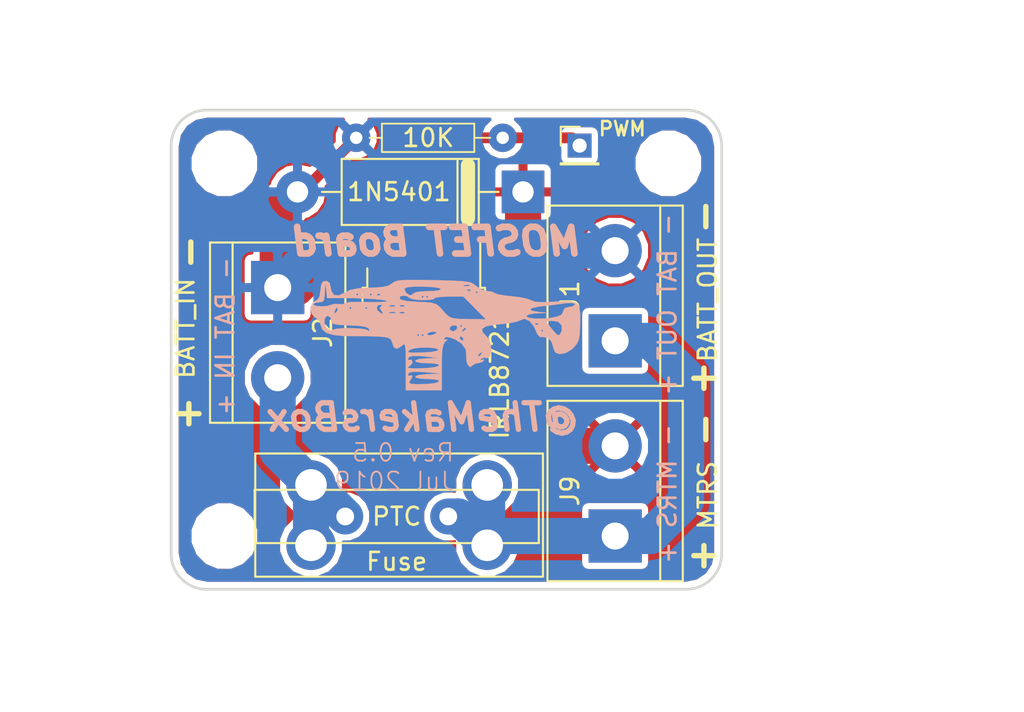
<source format=kicad_pcb>
(kicad_pcb (version 4) (host pcbnew 4.0.7)

  (general
    (links 15)
    (no_connects 0)
    (area 126.922999 49.289999 158.073001 76.440001)
    (thickness 1.6)
    (drawings 24)
    (tracks 37)
    (zones 0)
    (modules 13)
    (nets 6)
  )

  (page A4)
  (title_block
    (date "lun. 30 mars 2015")
  )

  (layers
    (0 F.Cu signal)
    (31 B.Cu signal)
    (32 B.Adhes user)
    (33 F.Adhes user)
    (34 B.Paste user)
    (35 F.Paste user)
    (36 B.SilkS user)
    (37 F.SilkS user)
    (38 B.Mask user)
    (39 F.Mask user)
    (40 Dwgs.User user)
    (41 Cmts.User user)
    (42 Eco1.User user)
    (43 Eco2.User user)
    (44 Edge.Cuts user)
    (45 Margin user)
    (46 B.CrtYd user)
    (47 F.CrtYd user)
    (48 B.Fab user)
    (49 F.Fab user hide)
  )

  (setup
    (last_trace_width 0.25)
    (user_trace_width 0.254)
    (user_trace_width 0.3048)
    (user_trace_width 0.4064)
    (user_trace_width 0.6096)
    (user_trace_width 0.9144)
    (user_trace_width 1.524)
    (user_trace_width 2.032)
    (trace_clearance 0.2)
    (zone_clearance 0.35)
    (zone_45_only no)
    (trace_min 0.2)
    (segment_width 0.3)
    (edge_width 0.15)
    (via_size 0.6)
    (via_drill 0.4)
    (via_min_size 0.4)
    (via_min_drill 0.3)
    (uvia_size 0.3)
    (uvia_drill 0.1)
    (uvias_allowed no)
    (uvia_min_size 0.2)
    (uvia_min_drill 0.1)
    (pcb_text_width 0.3)
    (pcb_text_size 1.5 1.5)
    (mod_edge_width 0.15)
    (mod_text_size 1 1)
    (mod_text_width 0.15)
    (pad_size 3 3)
    (pad_drill 1.6)
    (pad_to_mask_clearance 0)
    (aux_axis_origin 110.998 126.365)
    (grid_origin 110.998 126.365)
    (visible_elements 7FFFFFFF)
    (pcbplotparams
      (layerselection 0x010f0_80000001)
      (usegerberextensions true)
      (excludeedgelayer true)
      (linewidth 0.100000)
      (plotframeref false)
      (viasonmask false)
      (mode 1)
      (useauxorigin false)
      (hpglpennumber 1)
      (hpglpenspeed 20)
      (hpglpendiameter 15)
      (hpglpenoverlay 2)
      (psnegative false)
      (psa4output false)
      (plotreference true)
      (plotvalue true)
      (plotinvisibletext false)
      (padsonsilk false)
      (subtractmaskfromsilk false)
      (outputformat 1)
      (mirror false)
      (drillshape 0)
      (scaleselection 1)
      (outputdirectory gerbers/))
  )

  (net 0 "")
  (net 1 GND)
  (net 2 "/9(**)")
  (net 3 "Net-(D1-Pad1)")
  (net 4 "Net-(F1-Pad2)")
  (net 5 /BATT)

  (net_class Default "This is the default net class."
    (clearance 0.2)
    (trace_width 0.25)
    (via_dia 0.6)
    (via_drill 0.4)
    (uvia_dia 0.3)
    (uvia_drill 0.1)
    (add_net "/9(**)")
    (add_net /BATT)
    (add_net GND)
    (add_net "Net-(D1-Pad1)")
    (add_net "Net-(F1-Pad2)")
  )

  (module Wire_Pads:SolderWirePad_single_2-5mmDrill (layer F.Cu) (tedit 5CF835CB) (tstamp 5D1EEE91)
    (at 129.998 73.365)
    (path /5CE78195)
    (fp_text reference J14 (at 0.052 -0.192) (layer F.SilkS) hide
      (effects (font (size 1 1) (thickness 0.15)))
    )
    (fp_text value NPTH (at 1.27 5.08) (layer F.Fab)
      (effects (font (size 1 1) (thickness 0.15)))
    )
    (pad "" np_thru_hole circle (at 0 0) (size 3 3) (drill 3) (layers *.Cu *.Mask))
  )

  (module Wire_Pads:SolderWirePad_single_2-5mmDrill (layer F.Cu) (tedit 5CF835CB) (tstamp 5D1EEE32)
    (at 154.998 52.365)
    (path /5CE78195)
    (fp_text reference J14 (at 0.052 -0.192) (layer F.SilkS) hide
      (effects (font (size 1 1) (thickness 0.15)))
    )
    (fp_text value NPTH (at 1.27 5.08) (layer F.Fab)
      (effects (font (size 1 1) (thickness 0.15)))
    )
    (pad "" np_thru_hole circle (at 0 0) (size 3 3) (drill 3) (layers *.Cu *.Mask))
  )

  (module Wire_Pads:SolderWirePad_single_2-5mmDrill (layer F.Cu) (tedit 5CF835CB) (tstamp 5D1EEDF8)
    (at 129.998 52.365)
    (path /5CE78195)
    (fp_text reference J14 (at 0.052 -0.192) (layer F.SilkS) hide
      (effects (font (size 1 1) (thickness 0.15)))
    )
    (fp_text value NPTH (at 1.27 5.08) (layer F.Fab)
      (effects (font (size 1 1) (thickness 0.15)))
    )
    (pad "" np_thru_hole circle (at 0 0) (size 3 3) (drill 3) (layers *.Cu *.Mask))
  )

  (module footprints:D_DO-15_P12.70mm_Horizontal (layer F.Cu) (tedit 5D002A04) (tstamp 5CE766AD)
    (at 146.812 53.975 180)
    (descr "D, DO-15 series, Axial, Horizontal, pin pitch=12.7mm, , length*diameter=7.6*3.6mm^2, , http://www.diodes.com/_files/packages/DO-15.pdf")
    (tags "D DO-15 series Axial Horizontal pin pitch 12.7mm  length 7.6mm diameter 3.6mm")
    (path /5CDFABAB)
    (fp_text reference D1 (at 6.35 0 180) (layer F.SilkS) hide
      (effects (font (size 1 1) (thickness 0.15)))
    )
    (fp_text value 1N5401 (at 6.985 0 180) (layer F.SilkS)
      (effects (font (size 1 1) (thickness 0.15)))
    )
    (fp_line (start 3.1 -1.5) (end 3.1 1.5) (layer F.SilkS) (width 0.8))
    (fp_text user %R (at 6.35 0 180) (layer F.Fab)
      (effects (font (size 1 1) (thickness 0.15)))
    )
    (fp_line (start 2.55 -1.8) (end 2.55 1.8) (layer F.Fab) (width 0.1))
    (fp_line (start 2.55 1.8) (end 10.15 1.8) (layer F.Fab) (width 0.1))
    (fp_line (start 10.15 1.8) (end 10.15 -1.8) (layer F.Fab) (width 0.1))
    (fp_line (start 10.15 -1.8) (end 2.55 -1.8) (layer F.Fab) (width 0.1))
    (fp_line (start 0 0) (end 2.55 0) (layer F.Fab) (width 0.1))
    (fp_line (start 12.7 0) (end 10.15 0) (layer F.Fab) (width 0.1))
    (fp_line (start 3.69 -1.8) (end 3.69 1.8) (layer F.Fab) (width 0.1))
    (fp_line (start 2.49 -1.86) (end 2.49 1.86) (layer F.SilkS) (width 0.12))
    (fp_line (start 2.49 1.86) (end 10.21 1.86) (layer F.SilkS) (width 0.12))
    (fp_line (start 10.21 1.86) (end 10.21 -1.86) (layer F.SilkS) (width 0.12))
    (fp_line (start 10.21 -1.86) (end 2.49 -1.86) (layer F.SilkS) (width 0.12))
    (fp_line (start 1.38 0) (end 2.49 0) (layer F.SilkS) (width 0.12))
    (fp_line (start 11.32 0) (end 10.21 0) (layer F.SilkS) (width 0.12))
    (fp_line (start 3.69 -1.86) (end 3.69 1.86) (layer F.SilkS) (width 0.12))
    (fp_line (start -1.45 -2.15) (end -1.45 2.15) (layer F.CrtYd) (width 0.05))
    (fp_line (start -1.45 2.15) (end 14.15 2.15) (layer F.CrtYd) (width 0.05))
    (fp_line (start 14.15 2.15) (end 14.15 -2.15) (layer F.CrtYd) (width 0.05))
    (fp_line (start 14.15 -2.15) (end -1.45 -2.15) (layer F.CrtYd) (width 0.05))
    (pad 1 thru_hole rect (at 0 0 180) (size 2.4 2.4) (drill 1.2) (layers *.Cu *.Mask)
      (net 3 "Net-(D1-Pad1)"))
    (pad 2 thru_hole oval (at 12.7 0 180) (size 2.4 2.4) (drill 1.2) (layers *.Cu *.Mask)
      (net 1 GND))
    (model ${KISYS3DMOD}/Diodes_THT.3dshapes/D_DO-15_P12.70mm_Horizontal.wrl
      (at (xyz 0 0 0))
      (scale (xyz 0.393701 0.393701 0.393701))
      (rotate (xyz 0 0 0))
    )
  )

  (module footprints:R_Axial_DIN0204_L3.6mm_D1.6mm_P7.62mm_Horizontal (layer F.Cu) (tedit 5C984DCD) (tstamp 5CE82736)
    (at 137.668 50.927)
    (descr "Resistor, Axial_DIN0204 series, Axial, Horizontal, pin pitch=7.62mm, 0.16666666666666666W = 1/6W, length*diameter=3.6*1.6mm^2, http://cdn-reichelt.de/documents/datenblatt/B400/1_4W%23YAG.pdf")
    (tags "Resistor Axial_DIN0204 series Axial Horizontal pin pitch 7.62mm 0.16666666666666666W = 1/6W length 3.6mm diameter 1.6mm")
    (path /5BB777E0)
    (fp_text reference R9 (at 7.239 0) (layer F.Fab)
      (effects (font (size 1 1) (thickness 0.15)))
    )
    (fp_text value 10K (at 3.81 0) (layer F.SilkS)
      (effects (font (size 1 1) (thickness 0.15)))
    )
    (fp_line (start 6.4 0) (end 7.3 0) (layer F.SilkS) (width 0.1))
    (fp_line (start 1.2 0) (end 0.5 0) (layer F.SilkS) (width 0.1))
    (fp_line (start 1.2 0.8) (end 1.2 -0.8) (layer F.SilkS) (width 0.1))
    (fp_line (start 1.2 -0.8) (end 6.4 -0.8) (layer F.SilkS) (width 0.1))
    (fp_line (start 6.4 -0.8) (end 6.4 0.8) (layer F.SilkS) (width 0.1))
    (fp_line (start 6.4 0.8) (end 1.2 0.8) (layer F.SilkS) (width 0.1))
    (fp_line (start 2.01 -0.8) (end 2.01 0.8) (layer F.Fab) (width 0.1))
    (fp_line (start 2.01 0.8) (end 5.61 0.8) (layer F.Fab) (width 0.1))
    (fp_line (start 5.61 0.8) (end 5.61 -0.8) (layer F.Fab) (width 0.1))
    (fp_line (start 5.61 -0.8) (end 2.01 -0.8) (layer F.Fab) (width 0.1))
    (fp_line (start 0 0) (end 2.01 0) (layer F.Fab) (width 0.1))
    (fp_line (start 7.62 0) (end 5.61 0) (layer F.Fab) (width 0.1))
    (fp_line (start -0.95 -1.15) (end -0.95 1.15) (layer F.CrtYd) (width 0.05))
    (fp_line (start -0.95 1.15) (end 8.6 1.15) (layer F.CrtYd) (width 0.05))
    (fp_line (start 8.6 1.15) (end 8.6 -1.15) (layer F.CrtYd) (width 0.05))
    (fp_line (start 8.6 -1.15) (end -0.95 -1.15) (layer F.CrtYd) (width 0.05))
    (pad 1 thru_hole circle (at -0.25 0) (size 1.6 1.6) (drill 0.7) (layers *.Cu *.Mask)
      (net 1 GND))
    (pad 2 thru_hole circle (at 8 0) (size 1.6 1.6) (drill 0.7) (layers *.Cu *.Mask)
      (net 2 "/9(**)"))
    (model ${KISYS3DMOD}/Resistors_THT.3dshapes/R_Axial_DIN0204_L3.6mm_D1.6mm_P7.62mm_Horizontal.wrl
      (at (xyz 0 0 0))
      (scale (xyz 0.393701 0.393701 0.393701))
      (rotate (xyz 0 0 0))
    )
  )

  (module footprints:RS_right (layer B.Cu) (tedit 0) (tstamp 5CE97378)
    (at 142.494 61.087 180)
    (fp_text reference G*** (at 0 0 180) (layer B.SilkS) hide
      (effects (font (thickness 0.3)) (justify mirror))
    )
    (fp_text value LOGO (at 0.75 0 180) (layer B.SilkS) hide
      (effects (font (thickness 0.3)) (justify mirror))
    )
    (fp_poly (pts (xy 2.472692 2.143099) (xy 2.739484 2.110745) (xy 2.914302 2.056476) (xy 3.037608 1.977116)
      (xy 3.061539 1.956247) (xy 3.26861 1.829262) (xy 3.583713 1.754161) (xy 4.067702 1.719118)
      (xy 4.308827 1.713841) (xy 4.957982 1.679456) (xy 5.403328 1.59143) (xy 5.631483 1.485295)
      (xy 6.041357 1.284427) (xy 6.323222 1.302539) (xy 6.476602 1.539523) (xy 6.500703 1.68275)
      (xy 6.57041 1.981697) (xy 6.728223 2.090793) (xy 6.7945 2.0955) (xy 6.963588 2.047632)
      (xy 7.051349 1.861459) (xy 7.086913 1.56882) (xy 7.148414 1.197635) (xy 7.282072 1.01468)
      (xy 7.372663 0.97746) (xy 7.562658 0.817751) (xy 7.634472 0.540028) (xy 7.588045 0.250997)
      (xy 7.423319 0.057365) (xy 7.373187 0.038678) (xy 7.158459 -0.136962) (xy 7.087437 -0.359239)
      (xy 6.987759 -0.64016) (xy 6.745228 -0.835066) (xy 6.329826 -0.954832) (xy 5.711533 -1.010332)
      (xy 5.2705 -1.0174) (xy 4.480215 -1.019868) (xy 3.907904 -1.032679) (xy 3.517592 -1.061001)
      (xy 3.273306 -1.110003) (xy 3.139071 -1.184854) (xy 3.078914 -1.290723) (xy 3.069123 -1.3337)
      (xy 2.954707 -1.651694) (xy 2.76882 -1.726357) (xy 2.543 -1.590215) (xy 2.429345 -1.495104)
      (xy 2.355384 -1.481341) (xy 2.312592 -1.586111) (xy 2.292439 -1.846599) (xy 2.286398 -2.299988)
      (xy 2.286 -2.710816) (xy 2.286 -4.064) (xy 0.254 -4.064) (xy 0.254 -3.1323)
      (xy 0.3175 -3.1323) (xy 1.04775 -3.15365) (xy 1.510066 -3.194747) (xy 1.737485 -3.267615)
      (xy 1.72714 -3.347381) (xy 1.476162 -3.409176) (xy 1.0795 -3.429) (xy 0.624904 -3.455195)
      (xy 0.414641 -3.518955) (xy 0.446183 -3.598042) (xy 0.717005 -3.67022) (xy 1.11125 -3.708412)
      (xy 1.664103 -3.724077) (xy 1.986958 -3.697708) (xy 2.101019 -3.624862) (xy 2.040536 -3.513736)
      (xy 1.922777 -3.338262) (xy 1.924299 -3.221591) (xy 2.032 -3.2385) (xy 2.149366 -3.236197)
      (xy 2.159 -3.196082) (xy 2.097427 -3.077162) (xy 1.887849 -3.021075) (xy 1.492979 -3.023018)
      (xy 1.0795 -3.057008) (xy 0.3175 -3.1323) (xy 0.254 -3.1323) (xy 0.254 -2.77625)
      (xy 0.252202 -2.61944) (xy 0.416632 -2.61944) (xy 0.432903 -2.69193) (xy 0.667462 -2.762435)
      (xy 1.110174 -2.81308) (xy 1.23825 -2.819947) (xy 1.787455 -2.83281) (xy 2.104313 -2.813986)
      (xy 2.181705 -2.764489) (xy 2.06375 -2.702529) (xy 1.919915 -2.542828) (xy 1.905 -2.458421)
      (xy 1.969358 -2.335331) (xy 2.032 -2.3495) (xy 2.149366 -2.347197) (xy 2.159 -2.307082)
      (xy 2.090052 -2.182844) (xy 1.860135 -2.128701) (xy 1.434635 -2.139914) (xy 1.143 -2.167968)
      (xy 0.4445 -2.244598) (xy 1.11125 -2.265299) (xy 1.553009 -2.307962) (xy 1.750826 -2.383126)
      (xy 1.707781 -2.464157) (xy 1.42695 -2.524421) (xy 1.0795 -2.54) (xy 0.628786 -2.562839)
      (xy 0.416632 -2.61944) (xy 0.252202 -2.61944) (xy 0.247012 -2.16693) (xy 0.221668 -1.772109)
      (xy 0.44814 -1.772109) (xy 0.523186 -1.840922) (xy 0.808046 -1.89715) (xy 1.234395 -1.930859)
      (xy 1.755783 -1.947947) (xy 2.053619 -1.939062) (xy 2.157554 -1.89831) (xy 2.097242 -1.819797)
      (xy 2.028322 -1.773039) (xy 1.792678 -1.700708) (xy 1.428513 -1.662526) (xy 1.025944 -1.658546)
      (xy 0.675091 -1.688821) (xy 0.466071 -1.753405) (xy 0.44814 -1.772109) (xy 0.221668 -1.772109)
      (xy 0.220922 -1.760495) (xy 0.16804 -1.506086) (xy 0.080676 -1.352844) (xy 0.03175 -1.306332)
      (xy -0.080711 -1.19749) (xy -0.03175 -1.204577) (xy 0.108875 -1.202231) (xy 0.127 -1.148075)
      (xy 0.031386 -1.064447) (xy -0.20529 -1.091604) (xy -0.507778 -1.207191) (xy -0.800829 -1.388857)
      (xy -0.864488 -1.442604) (xy -1.090538 -1.764592) (xy -1.121924 -2.121522) (xy -1.138946 -2.442697)
      (xy -1.226694 -2.674229) (xy -1.350593 -2.75811) (xy -1.453661 -2.678065) (xy -1.639783 -2.560681)
      (xy -1.778 -2.54) (xy -2.024679 -2.470074) (xy -2.107628 -2.393377) (xy -2.123741 -2.30762)
      (xy -2.032001 -2.349499) (xy -1.925592 -2.382876) (xy -1.957653 -2.30355) (xy -2.117537 -2.21614)
      (xy -2.181975 -2.236699) (xy -2.357181 -2.249468) (xy -2.472889 -2.082944) (xy -2.498538 -1.941403)
      (xy -2.011529 -1.941403) (xy -1.980628 -2.012377) (xy -1.852752 -2.148717) (xy -1.779237 -2.120749)
      (xy -1.778 -2.102995) (xy -1.868206 -1.995576) (xy -1.924623 -1.956372) (xy -2.011529 -1.941403)
      (xy -2.498538 -1.941403) (xy -2.523049 -1.806147) (xy -2.501611 -1.488096) (xy -2.402524 -1.197813)
      (xy -2.359305 -1.143) (xy -0.9525 -1.143) (xy -0.942431 -1.260028) (xy -0.896496 -1.27)
      (xy -0.767169 -1.177809) (xy -0.762 -1.143) (xy -0.805331 -1.019301) (xy -0.818005 -1.016)
      (xy -0.926434 -1.104993) (xy -0.9525 -1.143) (xy -2.359305 -1.143) (xy -2.286 -1.050032)
      (xy -2.046928 -0.792175) (xy -2.046855 -0.791555) (xy 0.549018 -0.791555) (xy 0.608246 -0.869778)
      (xy 0.825996 -0.9568) (xy 1.01456 -0.964086) (xy 1.024692 -0.9525) (xy 1.27 -0.9525)
      (xy 1.3335 -1.016) (xy 1.397 -0.9525) (xy 1.524 -0.9525) (xy 1.5875 -1.016)
      (xy 1.651 -0.9525) (xy 1.5875 -0.889) (xy 1.524 -0.9525) (xy 1.397 -0.9525)
      (xy 1.3335 -0.889) (xy 1.27 -0.9525) (xy 1.024692 -0.9525) (xy 1.077563 -0.892044)
      (xy 1.066418 -0.867833) (xy 0.901145 -0.783677) (xy 0.722754 -0.763944) (xy 0.549018 -0.791555)
      (xy -2.046855 -0.791555) (xy -2.024242 -0.600711) (xy -2.109134 -0.544403) (xy -1.122529 -0.544403)
      (xy -1.091628 -0.615377) (xy -0.963752 -0.751717) (xy -0.890237 -0.723749) (xy -0.889 -0.705995)
      (xy -0.979206 -0.598576) (xy -1.035623 -0.559372) (xy -1.122529 -0.544403) (xy -2.109134 -0.544403)
      (xy -2.141628 -0.52285) (xy -0.617927 -0.52285) (xy -0.576723 -0.62655) (xy -0.392125 -0.75632)
      (xy -0.364724 -0.741658) (xy 4.348829 -0.741658) (xy 4.403581 -0.693198) (xy 4.574375 -0.628223)
      (xy 4.925992 -0.580911) (xy 5.385387 -0.560711) (xy 5.42925 -0.560546) (xy 5.876068 -0.571633)
      (xy 6.20333 -0.601213) (xy 6.347913 -0.643206) (xy 6.35 -0.649207) (xy 6.451797 -0.69373)
      (xy 6.604 -0.671798) (xy 6.777869 -0.531425) (xy 6.862976 -0.288444) (xy 6.851529 -0.040875)
      (xy 6.735735 0.11326) (xy 6.6675 0.127) (xy 6.512083 0.021614) (xy 6.477 -0.121863)
      (xy 6.452647 -0.246032) (xy 6.346139 -0.324232) (xy 6.1073 -0.370283) (xy 5.685955 -0.398005)
      (xy 5.439472 -0.407613) (xy 4.891064 -0.438888) (xy 4.554065 -0.491086) (xy 4.386168 -0.573039)
      (xy 4.350303 -0.635) (xy 4.348829 -0.741658) (xy -0.364724 -0.741658) (xy -0.204593 -0.655976)
      (xy -0.189946 -0.634103) (xy -0.218251 -0.489642) (xy -0.314928 -0.427913) (xy -0.545134 -0.402833)
      (xy -0.617927 -0.52285) (xy -2.141628 -0.52285) (xy -2.228111 -0.465488) (xy -2.331855 -0.4445)
      (xy -0.889 -0.4445) (xy -0.8255 -0.508) (xy -0.762 -0.4445) (xy -0.8255 -0.381)
      (xy -0.889 -0.4445) (xy -2.331855 -0.4445) (xy -2.668701 -0.376355) (xy -2.992133 -0.345047)
      (xy -3.476753 -0.293428) (xy -3.870113 -0.22417) (xy -4.096211 -0.151109) (xy -4.109991 -0.141531)
      (xy -4.318641 -0.065171) (xy -2.2225 -0.065171) (xy -1.214416 -0.051308) (xy -0.707937 -0.039654)
      (xy -0.382788 -0.005383) (xy -0.166307 0.076101) (xy 0.014169 0.229397) (xy 0.062333 0.284364)
      (xy 2.341082 0.284364) (xy 2.465916 0.264027) (xy 2.487911 0.267145) (xy 3.558632 0.267145)
      (xy 3.646675 0.264157) (xy 3.683 0.275622) (xy 3.870078 0.440652) (xy 6.128846 0.440652)
      (xy 6.154277 0.38945) (xy 6.275376 0.25815) (xy 6.297653 0.350745) (xy 6.266824 0.449978)
      (xy 6.173324 0.588287) (xy 6.131093 0.585427) (xy 6.128846 0.440652) (xy 3.870078 0.440652)
      (xy 3.87239 0.442691) (xy 3.914562 0.550275) (xy 3.908182 0.5715) (xy 4.445 0.5715)
      (xy 4.5085 0.508) (xy 4.572 0.5715) (xy 5.334 0.5715) (xy 5.3975 0.508)
      (xy 5.461 0.5715) (xy 5.3975 0.635) (xy 5.334 0.5715) (xy 4.572 0.5715)
      (xy 4.5085 0.635) (xy 4.445 0.5715) (xy 3.908182 0.5715) (xy 3.862177 0.724529)
      (xy 3.724062 0.751974) (xy 3.595904 0.720576) (xy 3.65655 0.676124) (xy 3.757064 0.586809)
      (xy 3.664148 0.420759) (xy 3.65655 0.411497) (xy 3.558632 0.267145) (xy 2.487911 0.267145)
      (xy 2.630637 0.287377) (xy 2.630835 0.291756) (xy 2.873295 0.291756) (xy 3.048 0.274053)
      (xy 3.228293 0.294011) (xy 3.20675 0.33811) (xy 2.946736 0.354884) (xy 2.88925 0.33811)
      (xy 2.873295 0.291756) (xy 2.630835 0.291756) (xy 2.632604 0.33073) (xy 2.462628 0.361047)
      (xy 2.389187 0.340756) (xy 2.341082 0.284364) (xy 0.062333 0.284364) (xy 0.182584 0.4216)
      (xy 0.389023 0.651489) (xy 0.407677 0.665364) (xy 2.341082 0.665364) (xy 2.465916 0.645027)
      (xy 2.630637 0.668377) (xy 2.630835 0.672756) (xy 2.873295 0.672756) (xy 3.048 0.655053)
      (xy 3.228293 0.675011) (xy 3.20675 0.71911) (xy 2.946736 0.735884) (xy 2.88925 0.71911)
      (xy 2.873295 0.672756) (xy 2.630835 0.672756) (xy 2.632604 0.71173) (xy 2.462628 0.742047)
      (xy 2.389187 0.721756) (xy 2.341082 0.665364) (xy 0.407677 0.665364) (xy 0.576004 0.790567)
      (xy 0.816752 0.86482) (xy 1.184497 0.900235) (xy 1.577307 0.916573) (xy 2.175653 0.958513)
      (xy 2.199498 0.963474) (xy 3.33414 0.963474) (xy 3.410726 0.928002) (xy 3.691971 0.907252)
      (xy 4.128843 0.90346) (xy 4.478185 0.911318) (xy 5.00346 0.918327) (xy 5.417974 0.903928)
      (xy 5.667386 0.871145) (xy 5.715284 0.842445) (xy 5.82043 0.780015) (xy 6.024289 0.791514)
      (xy 6.329702 0.798764) (xy 6.499886 0.747856) (xy 6.723098 0.681036) (xy 7.028121 0.662133)
      (xy 7.314363 0.687628) (xy 7.481234 0.754005) (xy 7.493 0.782578) (xy 7.384199 0.862613)
      (xy 7.1755 0.889) (xy 6.982326 0.912715) (xy 6.884664 1.028076) (xy 6.845256 1.301414)
      (xy 6.83665 1.49225) (xy 6.822407 1.833779) (xy 6.80787 1.933551) (xy 6.785801 1.803716)
      (xy 6.765076 1.612409) (xy 6.714851 1.129318) (xy 6.056175 1.133857) (xy 5.36911 1.129713)
      (xy 4.708523 1.109968) (xy 4.12493 1.077785) (xy 3.668851 1.036326) (xy 3.390804 0.988753)
      (xy 3.33414 0.963474) (xy 2.199498 0.963474) (xy 2.530813 1.032402) (xy 2.635641 1.11125)
      (xy 2.583337 1.228957) (xy 2.398318 1.268921) (xy 2.19168 1.224612) (xy 2.0955 1.143)
      (xy 1.934439 1.07269) (xy 1.603254 1.02657) (xy 1.318509 1.016) (xy 0.94843 1.031393)
      (xy 0.719201 1.071163) (xy 0.678579 1.11125) (xy 0.59359 1.15983) (xy 0.314586 1.196312)
      (xy 0.061454 1.2065) (xy 1.016 1.2065) (xy 1.0795 1.143) (xy 1.143 1.2065)
      (xy 1.27 1.2065) (xy 1.3335 1.143) (xy 1.397 1.2065) (xy 1.3335 1.27)
      (xy 1.27 1.2065) (xy 1.143 1.2065) (xy 1.0795 1.27) (xy 1.016 1.2065)
      (xy 0.061454 1.2065) (xy -0.098481 1.212937) (xy -0.107676 1.213014) (xy -0.9525 1.219527)
      (xy -2.2225 -0.065171) (xy -4.318641 -0.065171) (xy -4.394738 -0.037322) (xy -4.683613 -0.161589)
      (xy -4.946097 -0.491179) (xy -5.124216 -0.910891) (xy -5.281296 -1.066679) (xy -5.430353 -1.060812)
      (xy -5.702844 -1.103586) (xy -5.924061 -1.328793) (xy -6.027209 -1.665339) (xy -6.028399 -1.697327)
      (xy -6.126572 -1.93312) (xy -6.369151 -2.025189) (xy -6.692216 -1.975121) (xy -7.031844 -1.7845)
      (xy -7.157956 -1.669312) (xy -7.341628 -1.454452) (xy -7.451383 -1.234681) (xy -7.508036 -0.934616)
      (xy -7.520834 -0.695238) (xy -6.500025 -0.695238) (xy -6.455511 -0.802153) (xy -6.35943 -0.948908)
      (xy -6.258264 -0.950098) (xy -6.09164 -0.784246) (xy -6.020323 -0.6985) (xy -5.461 -0.6985)
      (xy -5.3975 -0.762) (xy -5.334 -0.6985) (xy -5.3975 -0.635) (xy -5.461 -0.6985)
      (xy -6.020323 -0.6985) (xy -5.959905 -0.625859) (xy -5.689721 -0.296333) (xy -5.164667 -0.296333)
      (xy -5.147234 -0.371834) (xy -5.08 -0.381) (xy -4.975465 -0.334532) (xy -4.995334 -0.296333)
      (xy -5.146053 -0.281133) (xy -5.164667 -0.296333) (xy -5.689721 -0.296333) (xy -5.602946 -0.1905)
      (xy -5.93846 -0.147854) (xy -6.282439 -0.195454) (xy -6.485835 -0.398425) (xy -6.500025 -0.695238)
      (xy -7.520834 -0.695238) (xy -7.532403 -0.478877) (xy -7.536577 -0.298206) (xy -7.536635 0.260242)
      (xy -7.482502 0.62983) (xy -7.379175 0.778232) (xy -7.239 0.778232) (xy -7.130423 0.670603)
      (xy -6.9215 0.635) (xy -6.669671 0.571233) (xy -6.604 0.451996) (xy -6.507721 0.224228)
      (xy -6.44525 0.170698) (xy -6.187454 0.074215) (xy -5.818201 0.008972) (xy -5.402152 -0.024028)
      (xy -5.003971 -0.02378) (xy -4.688319 0.010717) (xy -4.519859 0.080468) (xy -4.517014 0.140776)
      (xy -4.675292 0.212257) (xy -4.996294 0.26387) (xy -5.182746 0.276188) (xy -5.7785 0.298376)
      (xy -5.23875 0.346991) (xy -4.856897 0.40498) (xy -4.720343 0.480319) (xy -4.821975 0.562025)
      (xy -5.154676 0.639116) (xy -5.452941 0.677619) (xy -5.973103 0.737079) (xy -6.481569 0.803256)
      (xy -6.722941 0.838943) (xy -7.094026 0.867248) (xy -7.236887 0.795934) (xy -7.239 0.778232)
      (xy -7.379175 0.778232) (xy -7.332558 0.845184) (xy -7.045182 0.940931) (xy -6.578756 0.951696)
      (xy -6.067964 0.923639) (xy -5.419808 0.898873) (xy -4.997304 0.925165) (xy -4.77707 1.003909)
      (xy -4.564164 1.089978) (xy -4.179539 1.171211) (xy -3.705174 1.230431) (xy -3.689838 1.231736)
      (xy -3.235829 1.283199) (xy -2.890023 1.34746) (xy -2.722412 1.411253) (xy -2.718904 1.415764)
      (xy -2.628568 1.4605) (xy -1.778 1.4605) (xy -1.7145 1.397) (xy -1.651 1.4605)
      (xy -1.7145 1.524) (xy -1.778 1.4605) (xy -2.628568 1.4605) (xy -2.554765 1.497048)
      (xy -2.318441 1.524001) (xy -1.993981 1.608667) (xy -1.354667 1.608667) (xy -1.337234 1.533166)
      (xy -1.27 1.524) (xy -1.165465 1.570468) (xy -1.185334 1.608667) (xy -1.336053 1.623867)
      (xy -1.354667 1.608667) (xy -1.993981 1.608667) (xy -1.989068 1.609949) (xy -1.925728 1.651)
      (xy 0.3175 1.651) (xy 0.384842 1.576611) (xy 0.678166 1.533244) (xy 1.001009 1.524)
      (xy 1.419082 1.504348) (xy 1.727002 1.453366) (xy 1.8415 1.397) (xy 2.018146 1.276491)
      (xy 2.153723 1.354667) (xy 3.725333 1.354667) (xy 3.742766 1.279166) (xy 3.81 1.27)
      (xy 3.914535 1.316468) (xy 3.905676 1.3335) (xy 4.191 1.3335) (xy 4.2545 1.27)
      (xy 4.318 1.3335) (xy 4.699 1.3335) (xy 4.7625 1.27) (xy 4.826 1.3335)
      (xy 4.953 1.3335) (xy 5.0165 1.27) (xy 5.08 1.3335) (xy 5.0165 1.397)
      (xy 4.953 1.3335) (xy 4.826 1.3335) (xy 4.7625 1.397) (xy 4.699 1.3335)
      (xy 4.318 1.3335) (xy 4.2545 1.397) (xy 4.191 1.3335) (xy 3.905676 1.3335)
      (xy 3.894666 1.354667) (xy 3.743947 1.369867) (xy 3.725333 1.354667) (xy 2.153723 1.354667)
      (xy 2.235259 1.401682) (xy 2.269347 1.440436) (xy 2.349911 1.625622) (xy 2.327231 1.694436)
      (xy 2.153591 1.745416) (xy 1.812358 1.772305) (xy 1.382279 1.776806) (xy 0.942104 1.76062)
      (xy 0.570582 1.72545) (xy 0.346463 1.672996) (xy 0.3175 1.651) (xy -1.925728 1.651)
      (xy -1.680779 1.80975) (xy -1.673554 1.815756) (xy -1.317705 1.815756) (xy -1.143 1.798053)
      (xy -0.962707 1.818011) (xy -0.98425 1.86211) (xy -1.244264 1.878884) (xy -1.30175 1.86211)
      (xy -1.317705 1.815756) (xy -1.673554 1.815756) (xy -1.552702 1.916208) (xy -1.402075 1.993768)
      (xy -1.187181 2.048188) (xy -0.866302 2.085224) (xy -0.39772 2.110632) (xy 0.260285 2.13017)
      (xy 0.71582 2.140451) (xy 1.501325 2.154774) (xy 2.07346 2.156716) (xy 2.472692 2.143099)) (layer B.SilkS) (width 0.01))
  )

  (module footprints:Fuse_Littelfuse-LVR125 (layer F.Cu) (tedit 5D1E9252) (tstamp 5D001DA3)
    (at 139.7 72.263)
    (descr "Littelfuse, resettable fuse, PTC, polyswitch LVR125, Ih 1.25A, http://www.littelfuse.com/~/media/electronics/datasheets/resettable_ptcs/littelfuse_ptc_lvr_catalog_datasheet.pdf.pdf")
    (tags "LVR125 PTC resettable polyswitch ")
    (path /5CFFD544)
    (fp_text reference F1 (at -5 0) (layer F.SilkS) hide
      (effects (font (size 1 1) (thickness 0.15)))
    )
    (fp_text value PTC (at 0 0) (layer F.SilkS)
      (effects (font (size 1 1) (thickness 0.15)))
    )
    (fp_line (start -8 1.5) (end -8 -1.5) (layer F.SilkS) (width 0.12))
    (fp_line (start 8 1.5) (end -8 1.5) (layer F.SilkS) (width 0.12))
    (fp_line (start 8 -1.5) (end 8 1.5) (layer F.SilkS) (width 0.12))
    (fp_line (start -8 -1.5) (end 8 -1.5) (layer F.SilkS) (width 0.12))
    (fp_text user %R (at -5 0) (layer F.Fab)
      (effects (font (size 1 1) (thickness 0.15)))
    )
    (pad 1 thru_hole circle (at -2.9 0) (size 2 2) (drill 1) (layers *.Cu *.Mask)
      (net 5 /BATT))
    (pad 2 thru_hole circle (at 2.9 0) (size 2 2) (drill 1) (layers *.Cu *.Mask)
      (net 4 "Net-(F1-Pad2)"))
    (model ${KISYS3DMOD}/Fuse_Holders_and_Fuses.3dshapes/Fuse_Littelfuse-LVR125.wrl
      (at (xyz 0 0 0))
      (scale (xyz 1 1 1))
      (rotate (xyz 0 0 0))
    )
  )

  (module footprints:Pin_Header_Straight_1x01_Pitch2.00mm (layer F.Cu) (tedit 5D1E92A0) (tstamp 5D001E01)
    (at 149.998 51.365)
    (descr "Through hole straight pin header, 1x01, 2.00mm pitch, single row")
    (tags "Through hole pin header THT 1x01 2.00mm single row")
    (path /5CF8FA0D)
    (fp_text reference J10 (at 0 -2.06) (layer F.SilkS) hide
      (effects (font (size 1 1) (thickness 0.15)))
    )
    (fp_text value PWM (at 2.402 -0.946) (layer F.SilkS)
      (effects (font (size 0.8 0.8) (thickness 0.15)))
    )
    (fp_line (start -0.5 -1) (end 1 -1) (layer F.Fab) (width 0.1))
    (fp_line (start 1 -1) (end 1 1) (layer F.Fab) (width 0.1))
    (fp_line (start 1 1) (end -1 1) (layer F.Fab) (width 0.1))
    (fp_line (start -1 1) (end -1 -0.5) (layer F.Fab) (width 0.1))
    (fp_line (start -1 -0.5) (end -0.5 -1) (layer F.Fab) (width 0.1))
    (fp_line (start -1.06 1.06) (end 1.06 1.06) (layer F.SilkS) (width 0.12))
    (fp_line (start -1.06 1) (end -1.06 1.06) (layer F.SilkS) (width 0.12))
    (fp_line (start 1.06 1) (end 1.06 1.06) (layer F.SilkS) (width 0.12))
    (fp_line (start -1.06 1) (end 1.06 1) (layer F.SilkS) (width 0.12))
    (fp_line (start -1.06 0) (end -1.06 -1.06) (layer F.SilkS) (width 0.12))
    (fp_line (start -1.06 -1.06) (end 0 -1.06) (layer F.SilkS) (width 0.12))
    (fp_line (start -1.5 -1.5) (end -1.5 1.5) (layer F.CrtYd) (width 0.05))
    (fp_line (start -1.5 1.5) (end 1.5 1.5) (layer F.CrtYd) (width 0.05))
    (fp_line (start 1.5 1.5) (end 1.5 -1.5) (layer F.CrtYd) (width 0.05))
    (fp_line (start 1.5 -1.5) (end -1.5 -1.5) (layer F.CrtYd) (width 0.05))
    (fp_text user %R (at 0 0 90) (layer F.Fab)
      (effects (font (size 1 1) (thickness 0.15)))
    )
    (pad 1 thru_hole rect (at 0 0) (size 1.35 1.35) (drill 0.8) (layers *.Cu *.Mask)
      (net 2 "/9(**)"))
    (model ${KISYS3DMOD}/Pin_Headers.3dshapes/Pin_Header_Straight_1x01_Pitch2.00mm.wrl
      (at (xyz 0 0 0))
      (scale (xyz 1 1 1))
      (rotate (xyz 0 0 0))
    )
  )

  (module footprints:TerminalBlock_bornier-2_P5.08mm (layer F.Cu) (tedit 5CF9356B) (tstamp 5CF7E9FC)
    (at 151.998 62.365 90)
    (descr "simple 2-pin terminal block, pitch 5.08mm, revamped version of bornier2")
    (tags "terminal block bornier2")
    (path /5CF8ECC4)
    (fp_text reference J1 (at 2.54 -2.54 90) (layer F.SilkS)
      (effects (font (size 1 1) (thickness 0.15)))
    )
    (fp_text value BATT_OUT (at 2.3 5.2 90) (layer F.SilkS)
      (effects (font (size 1 1) (thickness 0.15)))
    )
    (fp_text user %R (at 2.54 0 90) (layer F.Fab)
      (effects (font (size 1 1) (thickness 0.15)))
    )
    (fp_line (start -2.41 2.55) (end 7.49 2.55) (layer F.Fab) (width 0.1))
    (fp_line (start -2.46 -3.75) (end -2.46 3.75) (layer F.Fab) (width 0.1))
    (fp_line (start -2.46 3.75) (end 7.54 3.75) (layer F.Fab) (width 0.1))
    (fp_line (start 7.54 3.75) (end 7.54 -3.75) (layer F.Fab) (width 0.1))
    (fp_line (start 7.54 -3.75) (end -2.46 -3.75) (layer F.Fab) (width 0.1))
    (fp_line (start 7.62 2.54) (end -2.54 2.54) (layer F.SilkS) (width 0.12))
    (fp_line (start 7.62 3.81) (end 7.62 -3.81) (layer F.SilkS) (width 0.12))
    (fp_line (start 7.62 -3.81) (end -2.54 -3.81) (layer F.SilkS) (width 0.12))
    (fp_line (start -2.54 -3.81) (end -2.54 3.81) (layer F.SilkS) (width 0.12))
    (fp_line (start -2.54 3.81) (end 7.62 3.81) (layer F.SilkS) (width 0.12))
    (fp_line (start -2.71 -4) (end 7.79 -4) (layer F.CrtYd) (width 0.05))
    (fp_line (start -2.71 -4) (end -2.71 4) (layer F.CrtYd) (width 0.05))
    (fp_line (start 7.79 4) (end 7.79 -4) (layer F.CrtYd) (width 0.05))
    (fp_line (start 7.79 4) (end -2.71 4) (layer F.CrtYd) (width 0.05))
    (pad 1 thru_hole rect (at 0 0 90) (size 3 3) (drill 1.52) (layers *.Cu *.Mask)
      (net 4 "Net-(F1-Pad2)"))
    (pad 2 thru_hole circle (at 5.08 0 90) (size 3 3) (drill 1.52) (layers *.Cu *.Mask)
      (net 1 GND))
    (model ${KISYS3DMOD}/Terminal_Blocks.3dshapes/TerminalBlock_bornier-2_P5.08mm.wrl
      (at (xyz 0.1 0 0))
      (scale (xyz 1 1 1))
      (rotate (xyz 0 0 0))
    )
  )

  (module footprints:TerminalBlock_bornier-2_P5.08mm (layer F.Cu) (tedit 5CF9356B) (tstamp 5CFEEB59)
    (at 132.998 59.365 270)
    (descr "simple 2-pin terminal block, pitch 5.08mm, revamped version of bornier2")
    (tags "terminal block bornier2")
    (path /5CE59139)
    (fp_text reference J2 (at 2.54 -2.54 270) (layer F.SilkS)
      (effects (font (size 1 1) (thickness 0.15)))
    )
    (fp_text value BATT_IN (at 2.3 5.2 270) (layer F.SilkS)
      (effects (font (size 1 1) (thickness 0.15)))
    )
    (fp_text user %R (at 2.54 0 270) (layer F.Fab)
      (effects (font (size 1 1) (thickness 0.15)))
    )
    (fp_line (start -2.41 2.55) (end 7.49 2.55) (layer F.Fab) (width 0.1))
    (fp_line (start -2.46 -3.75) (end -2.46 3.75) (layer F.Fab) (width 0.1))
    (fp_line (start -2.46 3.75) (end 7.54 3.75) (layer F.Fab) (width 0.1))
    (fp_line (start 7.54 3.75) (end 7.54 -3.75) (layer F.Fab) (width 0.1))
    (fp_line (start 7.54 -3.75) (end -2.46 -3.75) (layer F.Fab) (width 0.1))
    (fp_line (start 7.62 2.54) (end -2.54 2.54) (layer F.SilkS) (width 0.12))
    (fp_line (start 7.62 3.81) (end 7.62 -3.81) (layer F.SilkS) (width 0.12))
    (fp_line (start 7.62 -3.81) (end -2.54 -3.81) (layer F.SilkS) (width 0.12))
    (fp_line (start -2.54 -3.81) (end -2.54 3.81) (layer F.SilkS) (width 0.12))
    (fp_line (start -2.54 3.81) (end 7.62 3.81) (layer F.SilkS) (width 0.12))
    (fp_line (start -2.71 -4) (end 7.79 -4) (layer F.CrtYd) (width 0.05))
    (fp_line (start -2.71 -4) (end -2.71 4) (layer F.CrtYd) (width 0.05))
    (fp_line (start 7.79 4) (end 7.79 -4) (layer F.CrtYd) (width 0.05))
    (fp_line (start 7.79 4) (end -2.71 4) (layer F.CrtYd) (width 0.05))
    (pad 1 thru_hole rect (at 0 0 270) (size 3 3) (drill 1.52) (layers *.Cu *.Mask)
      (net 1 GND))
    (pad 2 thru_hole circle (at 5.08 0 270) (size 3 3) (drill 1.52) (layers *.Cu *.Mask)
      (net 5 /BATT))
    (model ${KISYS3DMOD}/Terminal_Blocks.3dshapes/TerminalBlock_bornier-2_P5.08mm.wrl
      (at (xyz 0.1 0 0))
      (scale (xyz 1 1 1))
      (rotate (xyz 0 0 0))
    )
  )

  (module footprints:TO-252-2_hand_soldering (layer F.Cu) (tedit 5D1E9968) (tstamp 5CE76742)
    (at 141.224 61.849 270)
    (descr "TO-252 / DPAK SMD package, http://www.infineon.com/cms/en/product/packages/PG-TO252/PG-TO252-3-1/")
    (tags "DPAK TO-252 DPAK-3 TO-252-3 SOT-428")
    (path /5CDFA006)
    (attr smd)
    (fp_text reference Q1 (at 0 -4.5 270) (layer F.SilkS) hide
      (effects (font (size 1 1) (thickness 0.15)))
    )
    (fp_text value IRLB8721 (at 2.516 -4.274 270) (layer F.SilkS)
      (effects (font (size 1 1) (thickness 0.15)))
    )
    (fp_line (start 3.95 -2.7) (end 4.95 -2.7) (layer F.Fab) (width 0.1))
    (fp_line (start 4.95 -2.7) (end 4.95 2.7) (layer F.Fab) (width 0.1))
    (fp_line (start 4.95 2.7) (end 3.95 2.7) (layer F.Fab) (width 0.1))
    (fp_line (start 3.95 -3.25) (end 3.95 3.25) (layer F.Fab) (width 0.1))
    (fp_line (start 3.95 3.25) (end -2.27 3.25) (layer F.Fab) (width 0.1))
    (fp_line (start -2.27 3.25) (end -2.27 -2.25) (layer F.Fab) (width 0.1))
    (fp_line (start -2.27 -2.25) (end -1.27 -3.25) (layer F.Fab) (width 0.1))
    (fp_line (start -1.27 -3.25) (end 3.95 -3.25) (layer F.Fab) (width 0.1))
    (fp_line (start -1.865 -2.655) (end -4.97 -2.655) (layer F.Fab) (width 0.1))
    (fp_line (start -4.97 -2.655) (end -4.97 -1.905) (layer F.Fab) (width 0.1))
    (fp_line (start -4.97 -1.905) (end -2.27 -1.905) (layer F.Fab) (width 0.1))
    (fp_line (start -2.27 1.905) (end -4.97 1.905) (layer F.Fab) (width 0.1))
    (fp_line (start -4.97 1.905) (end -4.97 2.655) (layer F.Fab) (width 0.1))
    (fp_line (start -4.97 2.655) (end -2.27 2.655) (layer F.Fab) (width 0.1))
    (fp_line (start -0.97 -3.45) (end -2.47 -3.45) (layer F.SilkS) (width 0.12))
    (fp_line (start -2.47 -3.45) (end -2.47 -3.18) (layer F.SilkS) (width 0.12))
    (fp_line (start -2.47 -3.18) (end -5.3 -3.18) (layer F.SilkS) (width 0.12))
    (fp_line (start -0.97 3.45) (end -2.47 3.45) (layer F.SilkS) (width 0.12))
    (fp_line (start -2.47 3.45) (end -2.47 3.18) (layer F.SilkS) (width 0.12))
    (fp_line (start -2.47 3.18) (end -3.57 3.18) (layer F.SilkS) (width 0.12))
    (fp_line (start -5.55 -3.5) (end -5.55 3.5) (layer F.CrtYd) (width 0.05))
    (fp_line (start -5.55 3.5) (end 5.55 3.5) (layer F.CrtYd) (width 0.05))
    (fp_line (start 5.55 3.5) (end 5.55 -3.5) (layer F.CrtYd) (width 0.05))
    (fp_line (start 5.55 -3.5) (end -5.55 -3.5) (layer F.CrtYd) (width 0.05))
    (fp_text user %R (at 0 0 270) (layer F.Fab)
      (effects (font (size 1 1) (thickness 0.15)))
    )
    (pad 1 smd rect (at -4.45 -2.28 270) (size 2.7 1.4) (layers F.Cu F.Paste F.Mask)
      (net 2 "/9(**)"))
    (pad 3 smd rect (at -4.45 2.28 270) (size 2.7 1.4) (layers F.Cu F.Paste F.Mask)
      (net 1 GND))
    (pad 2 smd rect (at 2.532 0 270) (size 7.4 5.8) (layers F.Cu F.Mask)
      (net 3 "Net-(D1-Pad1)"))
    (model ${KISYS3DMOD}/TO_SOT_Packages_SMD.3dshapes/TO-252-2.wrl
      (at (xyz 0 0 0))
      (scale (xyz 1 1 1))
      (rotate (xyz 0 0 0))
    )
  )

  (module footprints:TerminalBlock_bornier-2_P5.08mm (layer F.Cu) (tedit 5CF9356B) (tstamp 5CFEEB6E)
    (at 151.998 73.365 90)
    (descr "simple 2-pin terminal block, pitch 5.08mm, revamped version of bornier2")
    (tags "terminal block bornier2")
    (path /5CE592FA)
    (fp_text reference J9 (at 2.54 -2.54 90) (layer F.SilkS)
      (effects (font (size 1 1) (thickness 0.15)))
    )
    (fp_text value MTRS (at 2.3 5.2 90) (layer F.SilkS)
      (effects (font (size 1 1) (thickness 0.15)))
    )
    (fp_text user %R (at 2.54 0 90) (layer F.Fab)
      (effects (font (size 1 1) (thickness 0.15)))
    )
    (fp_line (start -2.41 2.55) (end 7.49 2.55) (layer F.Fab) (width 0.1))
    (fp_line (start -2.46 -3.75) (end -2.46 3.75) (layer F.Fab) (width 0.1))
    (fp_line (start -2.46 3.75) (end 7.54 3.75) (layer F.Fab) (width 0.1))
    (fp_line (start 7.54 3.75) (end 7.54 -3.75) (layer F.Fab) (width 0.1))
    (fp_line (start 7.54 -3.75) (end -2.46 -3.75) (layer F.Fab) (width 0.1))
    (fp_line (start 7.62 2.54) (end -2.54 2.54) (layer F.SilkS) (width 0.12))
    (fp_line (start 7.62 3.81) (end 7.62 -3.81) (layer F.SilkS) (width 0.12))
    (fp_line (start 7.62 -3.81) (end -2.54 -3.81) (layer F.SilkS) (width 0.12))
    (fp_line (start -2.54 -3.81) (end -2.54 3.81) (layer F.SilkS) (width 0.12))
    (fp_line (start -2.54 3.81) (end 7.62 3.81) (layer F.SilkS) (width 0.12))
    (fp_line (start -2.71 -4) (end 7.79 -4) (layer F.CrtYd) (width 0.05))
    (fp_line (start -2.71 -4) (end -2.71 4) (layer F.CrtYd) (width 0.05))
    (fp_line (start 7.79 4) (end 7.79 -4) (layer F.CrtYd) (width 0.05))
    (fp_line (start 7.79 4) (end -2.71 4) (layer F.CrtYd) (width 0.05))
    (pad 1 thru_hole rect (at 0 0 90) (size 3 3) (drill 1.52) (layers *.Cu *.Mask)
      (net 4 "Net-(F1-Pad2)"))
    (pad 2 thru_hole circle (at 5.08 0 90) (size 3 3) (drill 1.52) (layers *.Cu *.Mask)
      (net 3 "Net-(D1-Pad1)"))
    (model ${KISYS3DMOD}/Terminal_Blocks.3dshapes/TerminalBlock_bornier-2_P5.08mm.wrl
      (at (xyz 0.1 0 0))
      (scale (xyz 1 1 1))
      (rotate (xyz 0 0 0))
    )
  )

  (module footprints:BladeFuse-Mini_Keystone_3568 (layer F.Cu) (tedit 5D1E925C) (tstamp 5D1EF6B2)
    (at 134.874 70.485)
    (descr "car blade fuse mini, http://www.keyelco.com/product-pdf.cfm?p=306")
    (tags "car blade fuse mini")
    (path /5D1FCA9B)
    (fp_text reference F3 (at -2 2) (layer F.SilkS) hide
      (effects (font (size 1 1) (thickness 0.15)))
    )
    (fp_text value Fuse (at 4.826 4.318) (layer F.SilkS)
      (effects (font (size 1 1) (thickness 0.15)))
    )
    (fp_line (start -3.04 -1.67) (end -3.04 5.07) (layer F.Fab) (width 0.1))
    (fp_line (start -3.04 5.07) (end 12.96 5.07) (layer F.Fab) (width 0.1))
    (fp_line (start 12.96 5.07) (end 12.96 -1.67) (layer F.Fab) (width 0.1))
    (fp_line (start 12.96 -1.67) (end -3.04 -1.67) (layer F.Fab) (width 0.1))
    (fp_line (start -3.14 -1.77) (end -3.14 5.17) (layer F.SilkS) (width 0.12))
    (fp_line (start -3.14 5.17) (end 13.06 5.17) (layer F.SilkS) (width 0.12))
    (fp_line (start 13.06 5.17) (end 13.06 -1.77) (layer F.SilkS) (width 0.12))
    (fp_line (start 13.06 -1.77) (end -3.14 -1.77) (layer F.SilkS) (width 0.12))
    (fp_line (start -3.29 -1.92) (end -3.29 5.32) (layer F.CrtYd) (width 0.05))
    (fp_line (start -3.29 5.32) (end 13.21 5.32) (layer F.CrtYd) (width 0.05))
    (fp_line (start 13.21 5.32) (end 13.21 -1.92) (layer F.CrtYd) (width 0.05))
    (fp_line (start 13.21 -1.92) (end -3.29 -1.92) (layer F.CrtYd) (width 0.05))
    (fp_text user %R (at -2 2) (layer F.Fab)
      (effects (font (size 1 1) (thickness 0.15)))
    )
    (pad 1 thru_hole circle (at 0 0) (size 2.78 2.78) (drill 1.78) (layers *.Cu *.Mask)
      (net 5 /BATT))
    (pad 1 thru_hole circle (at 0 3.4) (size 2.78 2.78) (drill 1.78) (layers *.Cu *.Mask)
      (net 5 /BATT))
    (pad 2 thru_hole circle (at 9.92 0) (size 2.78 2.78) (drill 1.78) (layers *.Cu *.Mask)
      (net 4 "Net-(F1-Pad2)"))
    (pad 2 thru_hole circle (at 9.92 3.4) (size 2.78 2.78) (drill 1.78) (layers *.Cu *.Mask)
      (net 4 "Net-(F1-Pad2)"))
    (model ${KISYS3DMOD}/Fuse_Holders_and_Fuses.3dshapes/BladeFuse-Mini_Keystone_3568.wrl
      (at (xyz 0.16 0 0))
      (scale (xyz 0.39 0.39 0.39))
      (rotate (xyz 0 0 0))
    )
  )

  (dimension 27 (width 0.3) (layer Dwgs.User)
    (gr_text "27.000 mm" (at 123.648 62.865 270) (layer Dwgs.User)
      (effects (font (size 1.5 1.5) (thickness 0.3)))
    )
    (feature1 (pts (xy 126.998 76.365) (xy 122.298 76.365)))
    (feature2 (pts (xy 126.998 49.365) (xy 122.298 49.365)))
    (crossbar (pts (xy 124.998 49.365) (xy 124.998 76.365)))
    (arrow1a (pts (xy 124.998 76.365) (xy 124.411579 75.238496)))
    (arrow1b (pts (xy 124.998 76.365) (xy 125.584421 75.238496)))
    (arrow2a (pts (xy 124.998 49.365) (xy 124.411579 50.491504)))
    (arrow2b (pts (xy 124.998 49.365) (xy 125.584421 50.491504)))
  )
  (gr_text "MOSFET Board" (at 141.986 56.769) (layer B.SilkS)
    (effects (font (size 1.5 1.5) (thickness 0.375) italic) (justify mirror))
  )
  (gr_text "- BAT IN +" (at 130.048 62.103 90) (layer B.SilkS)
    (effects (font (size 1 1) (thickness 0.15)) (justify mirror))
  )
  (gr_text "- BAT OUT +" (at 154.94 60.325 90) (layer B.SilkS)
    (effects (font (size 1 1) (thickness 0.15)) (justify mirror))
  )
  (gr_text "- MTRS +" (at 154.94 70.993 90) (layer B.SilkS)
    (effects (font (size 1 1) (thickness 0.15)) (justify mirror))
  )
  (gr_text - (at 156.998 67.365 90) (layer F.SilkS)
    (effects (font (size 1.5 1.5) (thickness 0.3)))
  )
  (gr_text + (at 156.998 74.365) (layer F.SilkS)
    (effects (font (size 1.5 1.5) (thickness 0.3)))
  )
  (gr_line (start 128.998 49.365) (end 155.998 49.365) (angle 90) (layer Edge.Cuts) (width 0.15))
  (gr_line (start 128.998 76.365) (end 155.998 76.365) (angle 90) (layer Edge.Cuts) (width 0.15))
  (dimension 31 (width 0.3) (layer Dwgs.User)
    (gr_text "31.000 mm" (at 142.498 45.015) (layer Dwgs.User)
      (effects (font (size 1.5 1.5) (thickness 0.3)))
    )
    (feature1 (pts (xy 126.998 49.365) (xy 126.998 43.665)))
    (feature2 (pts (xy 157.998 49.365) (xy 157.998 43.665)))
    (crossbar (pts (xy 157.998 46.365) (xy 126.998 46.365)))
    (arrow1a (pts (xy 126.998 46.365) (xy 128.124504 45.778579)))
    (arrow1b (pts (xy 126.998 46.365) (xy 128.124504 46.951421)))
    (arrow2a (pts (xy 157.998 46.365) (xy 156.871496 45.778579)))
    (arrow2b (pts (xy 157.998 46.365) (xy 156.871496 46.951421)))
  )
  (dimension 26 (width 0.3) (layer Dwgs.User)
    (gr_text "26.000 mm" (at 169.648 63.365 270) (layer Dwgs.User)
      (effects (font (size 1.5 1.5) (thickness 0.3)))
    )
    (feature1 (pts (xy 172.998 76.365) (xy 168.298 76.365)))
    (feature2 (pts (xy 172.998 50.365) (xy 168.298 50.365)))
    (crossbar (pts (xy 170.998 50.365) (xy 170.998 76.365)))
    (arrow1a (pts (xy 170.998 76.365) (xy 170.411579 75.238496)))
    (arrow1b (pts (xy 170.998 76.365) (xy 171.584421 75.238496)))
    (arrow2a (pts (xy 170.998 50.365) (xy 170.411579 51.491504)))
    (arrow2b (pts (xy 170.998 50.365) (xy 171.584421 51.491504)))
  )
  (gr_text - (at 127.998 57.365 90) (layer F.SilkS)
    (effects (font (size 1.5 1.5) (thickness 0.3)))
  )
  (gr_text + (at 127.998 66.365) (layer F.SilkS)
    (effects (font (size 1.5 1.5) (thickness 0.3)))
  )
  (gr_text - (at 156.998 55.365 90) (layer F.SilkS)
    (effects (font (size 1.5 1.5) (thickness 0.3)))
  )
  (gr_text + (at 156.998 64.365) (layer F.SilkS)
    (effects (font (size 1.5 1.5) (thickness 0.3)))
  )
  (gr_line (start 126.998 51.365) (end 126.998 74.365) (angle 90) (layer Edge.Cuts) (width 0.15))
  (gr_line (start 157.998 74.365) (end 157.998 51.365) (angle 90) (layer Edge.Cuts) (width 0.15))
  (gr_arc (start 128.998 51.365) (end 126.998 51.365) (angle 90) (layer Edge.Cuts) (width 0.15))
  (gr_arc (start 155.998 51.365) (end 155.998 49.365) (angle 90) (layer Edge.Cuts) (width 0.15))
  (gr_arc (start 155.998 74.365) (end 157.998 74.365) (angle 90) (layer Edge.Cuts) (width 0.15))
  (gr_arc (start 128.998 74.365) (end 128.998 76.365) (angle 90) (layer Edge.Cuts) (width 0.15))
  (gr_text "MOSFET BOARD" (at 146.998 81.865) (layer Dwgs.User)
    (effects (font (size 1.5 1.5) (thickness 0.3)))
  )
  (gr_text @TheMakersBox (at 141.224 66.675) (layer B.SilkS)
    (effects (font (size 1.5 1.5) (thickness 0.3) italic) (justify mirror))
  )
  (gr_text "Rev 0.5\nJul 2019" (at 143.002 69.469) (layer B.SilkS)
    (effects (font (size 1 1) (thickness 0.1)) (justify left mirror))
  )

  (segment (start 151.998 57.285) (end 135.078 57.285) (width 2.032) (layer B.Cu) (net 1))
  (segment (start 135.078 57.285) (end 132.998 59.365) (width 2.032) (layer B.Cu) (net 1) (tstamp 5D1EF7ED))
  (segment (start 134.112 53.975) (end 134.37 53.975) (width 0.6096) (layer F.Cu) (net 1))
  (segment (start 134.37 53.975) (end 137.418 50.927) (width 0.6096) (layer F.Cu) (net 1) (tstamp 5D1EF7E2))
  (segment (start 132.998 59.365) (end 134.056 59.365) (width 2.032) (layer F.Cu) (net 1))
  (segment (start 134.056 59.365) (end 136.022 57.399) (width 2.032) (layer F.Cu) (net 1) (tstamp 5D1EF7DD))
  (segment (start 136.022 57.399) (end 138.944 57.399) (width 2.032) (layer F.Cu) (net 1) (tstamp 5D1EF7DE))
  (segment (start 132.998 59.365) (end 132.998 55.089) (width 2.032) (layer F.Cu) (net 1))
  (segment (start 132.998 55.089) (end 134.112 53.975) (width 2.032) (layer F.Cu) (net 1) (tstamp 5D1EF7DA))
  (segment (start 145.668 50.927) (end 144.018 50.927) (width 0.6096) (layer F.Cu) (net 2))
  (segment (start 143.504 51.441) (end 143.504 57.399) (width 0.6096) (layer F.Cu) (net 2) (tstamp 5D1EF7E9))
  (segment (start 144.018 50.927) (end 143.504 51.441) (width 0.6096) (layer F.Cu) (net 2) (tstamp 5D1EF7E8))
  (segment (start 145.668 50.927) (end 149.56 50.927) (width 0.6096) (layer F.Cu) (net 2))
  (segment (start 149.56 50.927) (end 149.998 51.365) (width 0.6096) (layer F.Cu) (net 2) (tstamp 5D1EF7E5))
  (segment (start 149.928 51.435) (end 149.998 51.365) (width 0.6096) (layer F.Cu) (net 2) (tstamp 5D1EEF35))
  (segment (start 146.812 53.975) (end 146.812 61.341) (width 2.032) (layer F.Cu) (net 3))
  (segment (start 146.812 61.341) (end 143.772 64.381) (width 2.032) (layer F.Cu) (net 3) (tstamp 5D1EF7D7))
  (segment (start 143.772 64.381) (end 141.224 64.381) (width 2.032) (layer F.Cu) (net 3) (tstamp 5D1EF7D9))
  (segment (start 141.224 64.381) (end 144.518 64.381) (width 2.032) (layer F.Cu) (net 3))
  (segment (start 148.422 68.285) (end 151.998 68.285) (width 2.032) (layer F.Cu) (net 3) (tstamp 5D1EF7D4))
  (segment (start 144.518 64.381) (end 148.422 68.285) (width 2.032) (layer F.Cu) (net 3) (tstamp 5D1EF7D3))
  (segment (start 151.998 73.365) (end 145.314 73.365) (width 2.032) (layer B.Cu) (net 4))
  (segment (start 145.314 73.365) (end 144.794 73.885) (width 2.032) (layer B.Cu) (net 4) (tstamp 5D1EF7D0))
  (segment (start 144.794 70.485) (end 144.794 73.885) (width 2.032) (layer B.Cu) (net 4))
  (segment (start 142.6 72.263) (end 143.172 72.263) (width 2.032) (layer B.Cu) (net 4))
  (segment (start 143.172 72.263) (end 144.794 73.885) (width 2.032) (layer B.Cu) (net 4) (tstamp 5D1EF7C9))
  (segment (start 151.998 73.365) (end 153.998 73.365) (width 2.032) (layer B.Cu) (net 4))
  (segment (start 153.998 62.365) (end 151.998 62.365) (width 2.032) (layer B.Cu) (net 4) (tstamp 5D1EEED7))
  (segment (start 155.998 64.365) (end 153.998 62.365) (width 2.032) (layer B.Cu) (net 4) (tstamp 5D1EEED6))
  (segment (start 155.998 71.365) (end 155.998 64.365) (width 2.032) (layer B.Cu) (net 4) (tstamp 5D1EEED5))
  (segment (start 153.998 73.365) (end 155.998 71.365) (width 2.032) (layer B.Cu) (net 4) (tstamp 5D1EEED4))
  (segment (start 134.874 70.485) (end 135.022 70.485) (width 2.032) (layer B.Cu) (net 5))
  (segment (start 135.022 70.485) (end 136.8 72.263) (width 2.032) (layer B.Cu) (net 5) (tstamp 5D1EF7C6))
  (segment (start 134.874 73.885) (end 134.874 70.485) (width 2.032) (layer B.Cu) (net 5))
  (segment (start 132.998 64.445) (end 132.998 68.609) (width 2.032) (layer B.Cu) (net 5))
  (segment (start 132.998 68.609) (end 134.874 70.485) (width 2.032) (layer B.Cu) (net 5) (tstamp 5D1EF7C1))
  (segment (start 132.998 64.445) (end 133.078 64.445) (width 2.032) (layer B.Cu) (net 5))

  (zone (net 1) (net_name GND) (layer B.Cu) (tstamp 5CE97929) (hatch edge 0.508)
    (connect_pads (clearance 0.35))
    (min_thickness 0.2)
    (fill yes (arc_segments 16) (thermal_gap 0.508) (thermal_bridge_width 0.508))
    (polygon
      (pts
        (xy 161.438 77.615) (xy 126.758 77.615) (xy 126.758 48.595) (xy 161.438 48.595)
      )
    )
    (filled_polygon
      (pts
        (xy 136.62582 49.917031) (xy 137.418 50.709211) (xy 138.21018 49.917031) (xy 138.201238 49.89) (xy 144.9375 49.89)
        (xy 144.608919 50.218007) (xy 144.418217 50.677269) (xy 144.417783 51.17455) (xy 144.607684 51.634143) (xy 144.959007 51.986081)
        (xy 145.418269 52.176783) (xy 145.91555 52.177217) (xy 146.375143 51.987316) (xy 146.727081 51.635993) (xy 146.917783 51.176731)
        (xy 146.918207 50.69) (xy 148.864184 50.69) (xy 148.864184 52.04) (xy 148.895562 52.20676) (xy 148.994117 52.359919)
        (xy 149.144495 52.462668) (xy 149.323 52.498816) (xy 150.673 52.498816) (xy 150.83976 52.467438) (xy 150.992919 52.368883)
        (xy 151.095668 52.218505) (xy 151.131816 52.04) (xy 151.131816 50.69) (xy 151.100438 50.52324) (xy 151.001883 50.370081)
        (xy 150.851505 50.267332) (xy 150.673 50.231184) (xy 149.323 50.231184) (xy 149.15624 50.262562) (xy 149.003081 50.361117)
        (xy 148.900332 50.511495) (xy 148.864184 50.69) (xy 146.918207 50.69) (xy 146.918217 50.67945) (xy 146.728316 50.219857)
        (xy 146.399035 49.89) (xy 155.946294 49.89) (xy 156.558522 50.01178) (xy 157.03371 50.32929) (xy 157.35122 50.804479)
        (xy 157.473 51.416706) (xy 157.473 74.313294) (xy 157.35122 74.925521) (xy 157.03371 75.40071) (xy 156.558522 75.71822)
        (xy 155.946294 75.84) (xy 129.049706 75.84) (xy 128.437479 75.71822) (xy 127.96229 75.40071) (xy 127.64478 74.925522)
        (xy 127.523 74.313294) (xy 127.523 73.751177) (xy 128.047662 73.751177) (xy 128.343906 74.468143) (xy 128.891971 75.017166)
        (xy 129.608419 75.314661) (xy 130.384177 75.315338) (xy 131.101143 75.019094) (xy 131.650166 74.471029) (xy 131.947661 73.754581)
        (xy 131.948338 72.978823) (xy 131.652094 72.261857) (xy 131.104029 71.712834) (xy 130.387581 71.415339) (xy 129.611823 71.414662)
        (xy 128.894857 71.710906) (xy 128.345834 72.258971) (xy 128.048339 72.975419) (xy 128.047662 73.751177) (xy 127.523 73.751177)
        (xy 127.523 64.831177) (xy 131.047662 64.831177) (xy 131.343906 65.548143) (xy 131.532 65.736566) (xy 131.532 68.608995)
        (xy 131.531999 68.609) (xy 131.643593 69.170014) (xy 131.961381 69.645619) (xy 133.033796 70.718033) (xy 133.033681 70.849393)
        (xy 133.313214 71.525915) (xy 133.408 71.620867) (xy 133.408 72.748558) (xy 133.315033 72.841363) (xy 133.03432 73.517396)
        (xy 133.033681 74.249393) (xy 133.313214 74.925915) (xy 133.830363 75.443967) (xy 134.506396 75.72468) (xy 135.238393 75.725319)
        (xy 135.914915 75.445786) (xy 136.432967 74.928637) (xy 136.71368 74.252604) (xy 136.714151 73.712926) (xy 136.719208 73.71293)
        (xy 136.8 73.729001) (xy 136.880087 73.71307) (xy 137.087157 73.713251) (xy 137.280225 73.633477) (xy 137.361014 73.617407)
        (xy 137.428905 73.572044) (xy 137.620286 73.492967) (xy 137.768126 73.345384) (xy 137.836619 73.299619) (xy 137.881985 73.231724)
        (xy 138.028533 73.085431) (xy 138.108644 72.892504) (xy 138.154407 72.824014) (xy 138.170337 72.743931) (xy 138.249748 72.552688)
        (xy 138.24993 72.343793) (xy 138.266001 72.263) (xy 141.134 72.263) (xy 141.14993 72.343083) (xy 141.149749 72.550157)
        (xy 141.229523 72.743225) (xy 141.245593 72.824014) (xy 141.290956 72.891905) (xy 141.370033 73.083286) (xy 141.517616 73.231126)
        (xy 141.563381 73.299619) (xy 141.631276 73.344985) (xy 141.777569 73.491533) (xy 141.970496 73.571644) (xy 142.038986 73.617407)
        (xy 142.119068 73.633336) (xy 142.310312 73.712748) (xy 142.519212 73.71293) (xy 142.556013 73.72025) (xy 142.953796 74.118033)
        (xy 142.953681 74.249393) (xy 143.233214 74.925915) (xy 143.750363 75.443967) (xy 144.426396 75.72468) (xy 145.158393 75.725319)
        (xy 145.834915 75.445786) (xy 146.352967 74.928637) (xy 146.393509 74.831) (xy 150.039184 74.831) (xy 150.039184 74.865)
        (xy 150.070562 75.03176) (xy 150.169117 75.184919) (xy 150.319495 75.287668) (xy 150.498 75.323816) (xy 153.498 75.323816)
        (xy 153.66476 75.292438) (xy 153.817919 75.193883) (xy 153.920668 75.043505) (xy 153.956816 74.865) (xy 153.956816 74.831)
        (xy 153.997995 74.831) (xy 153.998 74.831001) (xy 154.559014 74.719407) (xy 155.034619 74.401619) (xy 157.034616 72.401621)
        (xy 157.034619 72.401619) (xy 157.352407 71.926014) (xy 157.357781 71.898999) (xy 157.464001 71.365) (xy 157.464 71.364995)
        (xy 157.464 64.365005) (xy 157.464001 64.365) (xy 157.352407 63.803986) (xy 157.295893 63.719407) (xy 157.034619 63.328381)
        (xy 157.034616 63.328379) (xy 155.034619 61.328381) (xy 154.559014 61.010593) (xy 153.998 60.898999) (xy 153.997995 60.899)
        (xy 153.956816 60.899) (xy 153.956816 60.865) (xy 153.925438 60.69824) (xy 153.826883 60.545081) (xy 153.676505 60.442332)
        (xy 153.498 60.406184) (xy 150.498 60.406184) (xy 150.33124 60.437562) (xy 150.178081 60.536117) (xy 150.075332 60.686495)
        (xy 150.039184 60.865) (xy 150.039184 63.865) (xy 150.070562 64.03176) (xy 150.169117 64.184919) (xy 150.319495 64.287668)
        (xy 150.498 64.323816) (xy 153.498 64.323816) (xy 153.66476 64.292438) (xy 153.778811 64.219048) (xy 154.532 64.972237)
        (xy 154.532 70.757763) (xy 153.778049 71.511714) (xy 153.676505 71.442332) (xy 153.498 71.406184) (xy 150.498 71.406184)
        (xy 150.33124 71.437562) (xy 150.178081 71.536117) (xy 150.075332 71.686495) (xy 150.039184 71.865) (xy 150.039184 71.899)
        (xy 146.26 71.899) (xy 146.26 71.621442) (xy 146.352967 71.528637) (xy 146.63368 70.852604) (xy 146.634319 70.120607)
        (xy 146.354786 69.444085) (xy 145.837637 68.926033) (xy 145.223875 68.671177) (xy 150.047662 68.671177) (xy 150.343906 69.388143)
        (xy 150.891971 69.937166) (xy 151.608419 70.234661) (xy 152.384177 70.235338) (xy 153.101143 69.939094) (xy 153.650166 69.391029)
        (xy 153.947661 68.674581) (xy 153.948338 67.898823) (xy 153.652094 67.181857) (xy 153.104029 66.632834) (xy 152.387581 66.335339)
        (xy 151.611823 66.334662) (xy 150.894857 66.630906) (xy 150.345834 67.178971) (xy 150.048339 67.895419) (xy 150.047662 68.671177)
        (xy 145.223875 68.671177) (xy 145.161604 68.64532) (xy 144.429607 68.644681) (xy 143.753085 68.924214) (xy 143.235033 69.441363)
        (xy 142.95432 70.117396) (xy 142.953727 70.797) (xy 142.6 70.797) (xy 142.519917 70.81293) (xy 142.312843 70.812749)
        (xy 142.119775 70.892523) (xy 142.038986 70.908593) (xy 141.971095 70.953956) (xy 141.779714 71.033033) (xy 141.631874 71.180616)
        (xy 141.563381 71.226381) (xy 141.518015 71.294276) (xy 141.371467 71.440569) (xy 141.291356 71.633496) (xy 141.245593 71.701986)
        (xy 141.229664 71.782068) (xy 141.150252 71.973312) (xy 141.15007 72.182212) (xy 141.134 72.263) (xy 138.266001 72.263)
        (xy 138.25007 72.182913) (xy 138.250251 71.975843) (xy 138.170477 71.782774) (xy 138.154407 71.701987) (xy 138.109045 71.634098)
        (xy 138.029967 71.442714) (xy 137.882382 71.294872) (xy 137.836619 71.226382) (xy 136.702683 70.092445) (xy 136.434786 69.444085)
        (xy 135.917637 68.926033) (xy 135.241604 68.64532) (xy 135.10744 68.645203) (xy 134.464 68.001762) (xy 134.464 65.73687)
        (xy 134.650166 65.551029) (xy 134.947661 64.834581) (xy 134.948338 64.058823) (xy 134.652094 63.341857) (xy 134.104029 62.792834)
        (xy 133.387581 62.495339) (xy 132.611823 62.494662) (xy 131.894857 62.790906) (xy 131.345834 63.338971) (xy 131.048339 64.055419)
        (xy 131.047662 64.831177) (xy 127.523 64.831177) (xy 127.523 59.671) (xy 130.89 59.671) (xy 130.89 60.985939)
        (xy 130.982563 61.209405) (xy 131.153596 61.380438) (xy 131.377062 61.473) (xy 132.692 61.473) (xy 132.844 61.321)
        (xy 132.844 59.519) (xy 133.152 59.519) (xy 133.152 61.321) (xy 133.304 61.473) (xy 134.618938 61.473)
        (xy 134.842404 61.380438) (xy 135.013437 61.209405) (xy 135.106 60.985939) (xy 135.106 59.671) (xy 134.954 59.519)
        (xy 133.152 59.519) (xy 132.844 59.519) (xy 131.042 59.519) (xy 130.89 59.671) (xy 127.523 59.671)
        (xy 127.523 57.744061) (xy 130.89 57.744061) (xy 130.89 59.059) (xy 131.042 59.211) (xy 132.844 59.211)
        (xy 132.844 57.409) (xy 133.152 57.409) (xy 133.152 59.211) (xy 134.954 59.211) (xy 135.106 59.059)
        (xy 135.106 58.801993) (xy 150.698796 58.801993) (xy 150.86251 59.109869) (xy 151.647291 59.405492) (xy 152.485464 59.378289)
        (xy 153.13349 59.109869) (xy 153.297204 58.801993) (xy 151.998 57.502789) (xy 150.698796 58.801993) (xy 135.106 58.801993)
        (xy 135.106 57.744061) (xy 135.013437 57.520595) (xy 134.842404 57.349562) (xy 134.618938 57.257) (xy 133.304 57.257)
        (xy 133.152 57.409) (xy 132.844 57.409) (xy 132.692 57.257) (xy 131.377062 57.257) (xy 131.153596 57.349562)
        (xy 130.982563 57.520595) (xy 130.89 57.744061) (xy 127.523 57.744061) (xy 127.523 56.934291) (xy 149.877508 56.934291)
        (xy 149.904711 57.772464) (xy 150.173131 58.42049) (xy 150.481007 58.584204) (xy 151.780211 57.285) (xy 152.215789 57.285)
        (xy 153.514993 58.584204) (xy 153.822869 58.42049) (xy 154.118492 57.635709) (xy 154.091289 56.797536) (xy 153.822869 56.14951)
        (xy 153.514993 55.985796) (xy 152.215789 57.285) (xy 151.780211 57.285) (xy 150.481007 55.985796) (xy 150.173131 56.14951)
        (xy 149.877508 56.934291) (xy 127.523 56.934291) (xy 127.523 55.768007) (xy 150.698796 55.768007) (xy 151.998 57.067211)
        (xy 153.297204 55.768007) (xy 153.13349 55.460131) (xy 152.348709 55.164508) (xy 151.510536 55.191711) (xy 150.86251 55.460131)
        (xy 150.698796 55.768007) (xy 127.523 55.768007) (xy 127.523 54.40891) (xy 132.35684 54.40891) (xy 132.564086 54.90927)
        (xy 133.039444 55.430514) (xy 133.678089 55.730169) (xy 133.958 55.624439) (xy 133.958 54.129) (xy 134.266 54.129)
        (xy 134.266 55.624439) (xy 134.545911 55.730169) (xy 135.184556 55.430514) (xy 135.659914 54.90927) (xy 135.86716 54.40891)
        (xy 135.760824 54.129) (xy 134.266 54.129) (xy 133.958 54.129) (xy 132.463176 54.129) (xy 132.35684 54.40891)
        (xy 127.523 54.40891) (xy 127.523 52.751177) (xy 128.047662 52.751177) (xy 128.343906 53.468143) (xy 128.891971 54.017166)
        (xy 129.608419 54.314661) (xy 130.384177 54.315338) (xy 131.101143 54.019094) (xy 131.579982 53.54109) (xy 132.35684 53.54109)
        (xy 132.463176 53.821) (xy 133.958 53.821) (xy 133.958 52.325561) (xy 134.266 52.325561) (xy 134.266 53.821)
        (xy 135.760824 53.821) (xy 135.86716 53.54109) (xy 135.659914 53.04073) (xy 135.417577 52.775) (xy 145.153184 52.775)
        (xy 145.153184 55.175) (xy 145.184562 55.34176) (xy 145.283117 55.494919) (xy 145.433495 55.597668) (xy 145.612 55.633816)
        (xy 148.012 55.633816) (xy 148.17876 55.602438) (xy 148.331919 55.503883) (xy 148.434668 55.353505) (xy 148.470816 55.175)
        (xy 148.470816 52.775) (xy 148.466334 52.751177) (xy 153.047662 52.751177) (xy 153.343906 53.468143) (xy 153.891971 54.017166)
        (xy 154.608419 54.314661) (xy 155.384177 54.315338) (xy 156.101143 54.019094) (xy 156.650166 53.471029) (xy 156.947661 52.754581)
        (xy 156.948338 51.978823) (xy 156.652094 51.261857) (xy 156.104029 50.712834) (xy 155.387581 50.415339) (xy 154.611823 50.414662)
        (xy 153.894857 50.710906) (xy 153.345834 51.258971) (xy 153.048339 51.975419) (xy 153.047662 52.751177) (xy 148.466334 52.751177)
        (xy 148.439438 52.60824) (xy 148.340883 52.455081) (xy 148.190505 52.352332) (xy 148.012 52.316184) (xy 145.612 52.316184)
        (xy 145.44524 52.347562) (xy 145.292081 52.446117) (xy 145.189332 52.596495) (xy 145.153184 52.775) (xy 135.417577 52.775)
        (xy 135.184556 52.519486) (xy 134.545911 52.219831) (xy 134.266 52.325561) (xy 133.958 52.325561) (xy 133.678089 52.219831)
        (xy 133.039444 52.519486) (xy 132.564086 53.04073) (xy 132.35684 53.54109) (xy 131.579982 53.54109) (xy 131.650166 53.471029)
        (xy 131.947661 52.754581) (xy 131.948338 51.978823) (xy 131.931045 51.936969) (xy 136.62582 51.936969) (xy 136.703643 52.172229)
        (xy 137.234548 52.350815) (xy 137.793382 52.312637) (xy 138.132357 52.172229) (xy 138.21018 51.936969) (xy 137.418 51.144789)
        (xy 136.62582 51.936969) (xy 131.931045 51.936969) (xy 131.652094 51.261857) (xy 131.13469 50.743548) (xy 135.994185 50.743548)
        (xy 136.032363 51.302382) (xy 136.172771 51.641357) (xy 136.408031 51.71918) (xy 137.200211 50.927) (xy 137.635789 50.927)
        (xy 138.427969 51.71918) (xy 138.663229 51.641357) (xy 138.841815 51.110452) (xy 138.803637 50.551618) (xy 138.663229 50.212643)
        (xy 138.427969 50.13482) (xy 137.635789 50.927) (xy 137.200211 50.927) (xy 136.408031 50.13482) (xy 136.172771 50.212643)
        (xy 135.994185 50.743548) (xy 131.13469 50.743548) (xy 131.104029 50.712834) (xy 130.387581 50.415339) (xy 129.611823 50.414662)
        (xy 128.894857 50.710906) (xy 128.345834 51.258971) (xy 128.048339 51.975419) (xy 128.047662 52.751177) (xy 127.523 52.751177)
        (xy 127.523 51.416706) (xy 127.64478 50.804478) (xy 127.96229 50.32929) (xy 128.437479 50.01178) (xy 129.049706 49.89)
        (xy 136.634762 49.89)
      )
    )
  )
  (zone (net 3) (net_name "Net-(D1-Pad1)") (layer F.Cu) (tstamp 5CE9792A) (hatch edge 0.508)
    (connect_pads (clearance 0.35))
    (min_thickness 0.2)
    (fill yes (arc_segments 16) (thermal_gap 0.508) (thermal_bridge_width 0.508))
    (polygon
      (pts
        (xy 162.438 78.615) (xy 125.758 78.615) (xy 125.758 47.595) (xy 162.438 47.595)
      )
    )
    (filled_polygon
      (pts
        (xy 136.358919 50.218007) (xy 136.168217 50.677269) (xy 136.16784 51.109712) (xy 134.806445 52.471107) (xy 134.775753 52.450599)
        (xy 134.144325 52.325) (xy 134.079675 52.325) (xy 133.448247 52.450599) (xy 132.912949 52.808274) (xy 132.555274 53.343572)
        (xy 132.52674 53.487023) (xy 131.961381 54.052381) (xy 131.643593 54.527986) (xy 131.531999 55.089) (xy 131.532 55.089005)
        (xy 131.532 57.406184) (xy 131.498 57.406184) (xy 131.33124 57.437562) (xy 131.178081 57.536117) (xy 131.075332 57.686495)
        (xy 131.039184 57.865) (xy 131.039184 60.865) (xy 131.070562 61.03176) (xy 131.169117 61.184919) (xy 131.319495 61.287668)
        (xy 131.498 61.323816) (xy 134.498 61.323816) (xy 134.66476 61.292438) (xy 134.817919 61.193883) (xy 134.920668 61.043505)
        (xy 134.956816 60.865) (xy 134.956816 60.560061) (xy 137.716 60.560061) (xy 137.716 64.075) (xy 137.868 64.227)
        (xy 141.07 64.227) (xy 141.07 60.225) (xy 141.378 60.225) (xy 141.378 64.227) (xy 144.58 64.227)
        (xy 144.732 64.075) (xy 144.732 60.865) (xy 150.039184 60.865) (xy 150.039184 63.865) (xy 150.070562 64.03176)
        (xy 150.169117 64.184919) (xy 150.319495 64.287668) (xy 150.498 64.323816) (xy 153.498 64.323816) (xy 153.66476 64.292438)
        (xy 153.817919 64.193883) (xy 153.920668 64.043505) (xy 153.956816 63.865) (xy 153.956816 60.865) (xy 153.925438 60.69824)
        (xy 153.826883 60.545081) (xy 153.676505 60.442332) (xy 153.498 60.406184) (xy 150.498 60.406184) (xy 150.33124 60.437562)
        (xy 150.178081 60.536117) (xy 150.075332 60.686495) (xy 150.039184 60.865) (xy 144.732 60.865) (xy 144.732 60.560061)
        (xy 144.639437 60.336595) (xy 144.468404 60.165562) (xy 144.244938 60.073) (xy 141.53 60.073) (xy 141.378 60.225)
        (xy 141.07 60.225) (xy 140.918 60.073) (xy 138.203062 60.073) (xy 137.979596 60.165562) (xy 137.808563 60.336595)
        (xy 137.716 60.560061) (xy 134.956816 60.560061) (xy 134.956816 60.492359) (xy 135.092619 60.401619) (xy 136.629237 58.865)
        (xy 137.807011 58.865) (xy 137.816562 58.91576) (xy 137.915117 59.068919) (xy 138.065495 59.171668) (xy 138.244 59.207816)
        (xy 139.644 59.207816) (xy 139.81076 59.176438) (xy 139.963919 59.077883) (xy 140.066668 58.927505) (xy 140.102816 58.749)
        (xy 140.102816 58.252738) (xy 140.298407 57.960014) (xy 140.41 57.399) (xy 140.298407 56.837986) (xy 140.102816 56.545262)
        (xy 140.102816 56.049) (xy 140.071438 55.88224) (xy 139.972883 55.729081) (xy 139.822505 55.626332) (xy 139.644 55.590184)
        (xy 138.244 55.590184) (xy 138.07724 55.621562) (xy 137.924081 55.720117) (xy 137.821332 55.870495) (xy 137.808674 55.933)
        (xy 136.022005 55.933) (xy 136.022 55.932999) (xy 135.554065 56.026078) (xy 135.460986 56.044593) (xy 134.985381 56.362381)
        (xy 134.985379 56.362384) (xy 134.464 56.883763) (xy 134.464 55.696238) (xy 134.632302 55.527935) (xy 134.775753 55.499401)
        (xy 135.311051 55.141726) (xy 135.668726 54.606428) (xy 135.794325 53.975) (xy 135.735115 53.677333) (xy 137.235606 52.176842)
        (xy 137.66555 52.177217) (xy 138.125143 51.987316) (xy 138.477081 51.635993) (xy 138.667783 51.176731) (xy 138.668217 50.67945)
        (xy 138.478316 50.219857) (xy 138.149035 49.89) (xy 144.9375 49.89) (xy 144.654806 50.1722) (xy 144.018 50.1722)
        (xy 143.729151 50.229656) (xy 143.484276 50.393276) (xy 142.970276 50.907276) (xy 142.806656 51.15215) (xy 142.764317 51.365)
        (xy 142.7492 51.441) (xy 142.7492 55.600495) (xy 142.63724 55.621562) (xy 142.484081 55.720117) (xy 142.381332 55.870495)
        (xy 142.345184 56.049) (xy 142.345184 58.749) (xy 142.376562 58.91576) (xy 142.475117 59.068919) (xy 142.625495 59.171668)
        (xy 142.804 59.207816) (xy 144.204 59.207816) (xy 144.37076 59.176438) (xy 144.523919 59.077883) (xy 144.626668 58.927505)
        (xy 144.662816 58.749) (xy 144.662816 57.671177) (xy 150.047662 57.671177) (xy 150.343906 58.388143) (xy 150.891971 58.937166)
        (xy 151.608419 59.234661) (xy 152.384177 59.235338) (xy 153.101143 58.939094) (xy 153.650166 58.391029) (xy 153.947661 57.674581)
        (xy 153.948338 56.898823) (xy 153.652094 56.181857) (xy 153.104029 55.632834) (xy 152.387581 55.335339) (xy 151.611823 55.334662)
        (xy 150.894857 55.630906) (xy 150.345834 56.178971) (xy 150.048339 56.895419) (xy 150.047662 57.671177) (xy 144.662816 57.671177)
        (xy 144.662816 56.049) (xy 144.631438 55.88224) (xy 144.532883 55.729081) (xy 144.382505 55.626332) (xy 144.2588 55.601281)
        (xy 144.2588 54.281) (xy 145.004 54.281) (xy 145.004 55.295938) (xy 145.096562 55.519404) (xy 145.267595 55.690437)
        (xy 145.491061 55.783) (xy 146.506 55.783) (xy 146.658 55.631) (xy 146.658 54.129) (xy 146.966 54.129)
        (xy 146.966 55.631) (xy 147.118 55.783) (xy 148.132939 55.783) (xy 148.356405 55.690437) (xy 148.527438 55.519404)
        (xy 148.62 55.295938) (xy 148.62 54.281) (xy 148.468 54.129) (xy 146.966 54.129) (xy 146.658 54.129)
        (xy 145.156 54.129) (xy 145.004 54.281) (xy 144.2588 54.281) (xy 144.2588 51.753648) (xy 144.330648 51.6818)
        (xy 144.655258 51.6818) (xy 144.959007 51.986081) (xy 145.418269 52.176783) (xy 145.467339 52.176826) (xy 145.267595 52.259563)
        (xy 145.096562 52.430596) (xy 145.004 52.654062) (xy 145.004 53.669) (xy 145.156 53.821) (xy 146.658 53.821)
        (xy 146.658 52.319) (xy 146.966 52.319) (xy 146.966 53.821) (xy 148.468 53.821) (xy 148.62 53.669)
        (xy 148.62 52.751177) (xy 153.047662 52.751177) (xy 153.343906 53.468143) (xy 153.891971 54.017166) (xy 154.608419 54.314661)
        (xy 155.384177 54.315338) (xy 156.101143 54.019094) (xy 156.650166 53.471029) (xy 156.947661 52.754581) (xy 156.948338 51.978823)
        (xy 156.652094 51.261857) (xy 156.104029 50.712834) (xy 155.387581 50.415339) (xy 154.611823 50.414662) (xy 153.894857 50.710906)
        (xy 153.345834 51.258971) (xy 153.048339 51.975419) (xy 153.047662 52.751177) (xy 148.62 52.751177) (xy 148.62 52.654062)
        (xy 148.527438 52.430596) (xy 148.356405 52.259563) (xy 148.132939 52.167) (xy 147.118 52.167) (xy 146.966 52.319)
        (xy 146.658 52.319) (xy 146.506 52.167) (xy 145.940277 52.167) (xy 146.375143 51.987316) (xy 146.681194 51.6818)
        (xy 148.864184 51.6818) (xy 148.864184 52.04) (xy 148.895562 52.20676) (xy 148.994117 52.359919) (xy 149.144495 52.462668)
        (xy 149.323 52.498816) (xy 150.673 52.498816) (xy 150.83976 52.467438) (xy 150.992919 52.368883) (xy 151.095668 52.218505)
        (xy 151.131816 52.04) (xy 151.131816 50.69) (xy 151.100438 50.52324) (xy 151.001883 50.370081) (xy 150.851505 50.267332)
        (xy 150.673 50.231184) (xy 149.851137 50.231184) (xy 149.84885 50.229656) (xy 149.56 50.1722) (xy 146.680742 50.1722)
        (xy 146.399035 49.89) (xy 155.946294 49.89) (xy 156.558522 50.01178) (xy 157.03371 50.32929) (xy 157.35122 50.804479)
        (xy 157.473 51.416706) (xy 157.473 74.313294) (xy 157.35122 74.925521) (xy 157.03371 75.40071) (xy 156.558522 75.71822)
        (xy 155.946294 75.84) (xy 129.049706 75.84) (xy 128.437479 75.71822) (xy 127.96229 75.40071) (xy 127.64478 74.925522)
        (xy 127.523 74.313294) (xy 127.523 73.751177) (xy 128.047662 73.751177) (xy 128.343906 74.468143) (xy 128.891971 75.017166)
        (xy 129.608419 75.314661) (xy 130.384177 75.315338) (xy 131.101143 75.019094) (xy 131.650166 74.471029) (xy 131.947661 73.754581)
        (xy 131.948338 72.978823) (xy 131.652094 72.261857) (xy 131.104029 71.712834) (xy 130.387581 71.415339) (xy 129.611823 71.414662)
        (xy 128.894857 71.710906) (xy 128.345834 72.258971) (xy 128.048339 72.975419) (xy 128.047662 73.751177) (xy 127.523 73.751177)
        (xy 127.523 70.849393) (xy 133.033681 70.849393) (xy 133.313214 71.525915) (xy 133.830363 72.043967) (xy 134.170009 72.185)
        (xy 133.833085 72.324214) (xy 133.315033 72.841363) (xy 133.03432 73.517396) (xy 133.033681 74.249393) (xy 133.313214 74.925915)
        (xy 133.830363 75.443967) (xy 134.506396 75.72468) (xy 135.238393 75.725319) (xy 135.914915 75.445786) (xy 136.432967 74.928637)
        (xy 136.71368 74.252604) (xy 136.714151 73.712926) (xy 137.087157 73.713251) (xy 137.620286 73.492967) (xy 138.028533 73.085431)
        (xy 138.249748 72.552688) (xy 138.24975 72.550157) (xy 141.149749 72.550157) (xy 141.370033 73.083286) (xy 141.777569 73.491533)
        (xy 142.310312 73.712748) (xy 142.887157 73.713251) (xy 142.954173 73.685561) (xy 142.953681 74.249393) (xy 143.233214 74.925915)
        (xy 143.750363 75.443967) (xy 144.426396 75.72468) (xy 145.158393 75.725319) (xy 145.834915 75.445786) (xy 146.352967 74.928637)
        (xy 146.63368 74.252604) (xy 146.634319 73.520607) (xy 146.354786 72.844085) (xy 145.837637 72.326033) (xy 145.497991 72.185)
        (xy 145.834915 72.045786) (xy 146.016016 71.865) (xy 150.039184 71.865) (xy 150.039184 74.865) (xy 150.070562 75.03176)
        (xy 150.169117 75.184919) (xy 150.319495 75.287668) (xy 150.498 75.323816) (xy 153.498 75.323816) (xy 153.66476 75.292438)
        (xy 153.817919 75.193883) (xy 153.920668 75.043505) (xy 153.956816 74.865) (xy 153.956816 71.865) (xy 153.925438 71.69824)
        (xy 153.826883 71.545081) (xy 153.676505 71.442332) (xy 153.498 71.406184) (xy 150.498 71.406184) (xy 150.33124 71.437562)
        (xy 150.178081 71.536117) (xy 150.075332 71.686495) (xy 150.039184 71.865) (xy 146.016016 71.865) (xy 146.352967 71.528637)
        (xy 146.63368 70.852604) (xy 146.634319 70.120607) (xy 146.502671 69.801993) (xy 150.698796 69.801993) (xy 150.86251 70.109869)
        (xy 151.647291 70.405492) (xy 152.485464 70.378289) (xy 153.13349 70.109869) (xy 153.297204 69.801993) (xy 151.998 68.502789)
        (xy 150.698796 69.801993) (xy 146.502671 69.801993) (xy 146.354786 69.444085) (xy 145.837637 68.926033) (xy 145.161604 68.64532)
        (xy 144.429607 68.644681) (xy 143.753085 68.924214) (xy 143.235033 69.441363) (xy 142.95432 70.117396) (xy 142.953689 70.839828)
        (xy 142.889688 70.813252) (xy 142.312843 70.812749) (xy 141.779714 71.033033) (xy 141.371467 71.440569) (xy 141.150252 71.973312)
        (xy 141.149749 72.550157) (xy 138.24975 72.550157) (xy 138.250251 71.975843) (xy 138.029967 71.442714) (xy 137.622431 71.034467)
        (xy 137.089688 70.813252) (xy 136.713715 70.812924) (xy 136.714319 70.120607) (xy 136.434786 69.444085) (xy 135.917637 68.926033)
        (xy 135.241604 68.64532) (xy 134.509607 68.644681) (xy 133.833085 68.924214) (xy 133.315033 69.441363) (xy 133.03432 70.117396)
        (xy 133.033681 70.849393) (xy 127.523 70.849393) (xy 127.523 64.831177) (xy 131.047662 64.831177) (xy 131.343906 65.548143)
        (xy 131.891971 66.097166) (xy 132.608419 66.394661) (xy 133.384177 66.395338) (xy 134.101143 66.099094) (xy 134.650166 65.551029)
        (xy 134.947661 64.834581) (xy 134.947789 64.687) (xy 137.716 64.687) (xy 137.716 68.201939) (xy 137.808563 68.425405)
        (xy 137.979596 68.596438) (xy 138.203062 68.689) (xy 140.918 68.689) (xy 141.07 68.537) (xy 141.07 64.535)
        (xy 141.378 64.535) (xy 141.378 68.537) (xy 141.53 68.689) (xy 144.244938 68.689) (xy 144.468404 68.596438)
        (xy 144.639437 68.425405) (xy 144.732 68.201939) (xy 144.732 67.934291) (xy 149.877508 67.934291) (xy 149.904711 68.772464)
        (xy 150.173131 69.42049) (xy 150.481007 69.584204) (xy 151.780211 68.285) (xy 152.215789 68.285) (xy 153.514993 69.584204)
        (xy 153.822869 69.42049) (xy 154.118492 68.635709) (xy 154.091289 67.797536) (xy 153.822869 67.14951) (xy 153.514993 66.985796)
        (xy 152.215789 68.285) (xy 151.780211 68.285) (xy 150.481007 66.985796) (xy 150.173131 67.14951) (xy 149.877508 67.934291)
        (xy 144.732 67.934291) (xy 144.732 66.768007) (xy 150.698796 66.768007) (xy 151.998 68.067211) (xy 153.297204 66.768007)
        (xy 153.13349 66.460131) (xy 152.348709 66.164508) (xy 151.510536 66.191711) (xy 150.86251 66.460131) (xy 150.698796 66.768007)
        (xy 144.732 66.768007) (xy 144.732 64.687) (xy 144.58 64.535) (xy 141.378 64.535) (xy 141.07 64.535)
        (xy 137.868 64.535) (xy 137.716 64.687) (xy 134.947789 64.687) (xy 134.948338 64.058823) (xy 134.652094 63.341857)
        (xy 134.104029 62.792834) (xy 133.387581 62.495339) (xy 132.611823 62.494662) (xy 131.894857 62.790906) (xy 131.345834 63.338971)
        (xy 131.048339 64.055419) (xy 131.047662 64.831177) (xy 127.523 64.831177) (xy 127.523 52.751177) (xy 128.047662 52.751177)
        (xy 128.343906 53.468143) (xy 128.891971 54.017166) (xy 129.608419 54.314661) (xy 130.384177 54.315338) (xy 131.101143 54.019094)
        (xy 131.650166 53.471029) (xy 131.947661 52.754581) (xy 131.948338 51.978823) (xy 131.652094 51.261857) (xy 131.104029 50.712834)
        (xy 130.387581 50.415339) (xy 129.611823 50.414662) (xy 128.894857 50.710906) (xy 128.345834 51.258971) (xy 128.048339 51.975419)
        (xy 128.047662 52.751177) (xy 127.523 52.751177) (xy 127.523 51.416706) (xy 127.64478 50.804478) (xy 127.96229 50.32929)
        (xy 128.437479 50.01178) (xy 129.049706 49.89) (xy 136.6875 49.89)
      )
    )
  )
)

</source>
